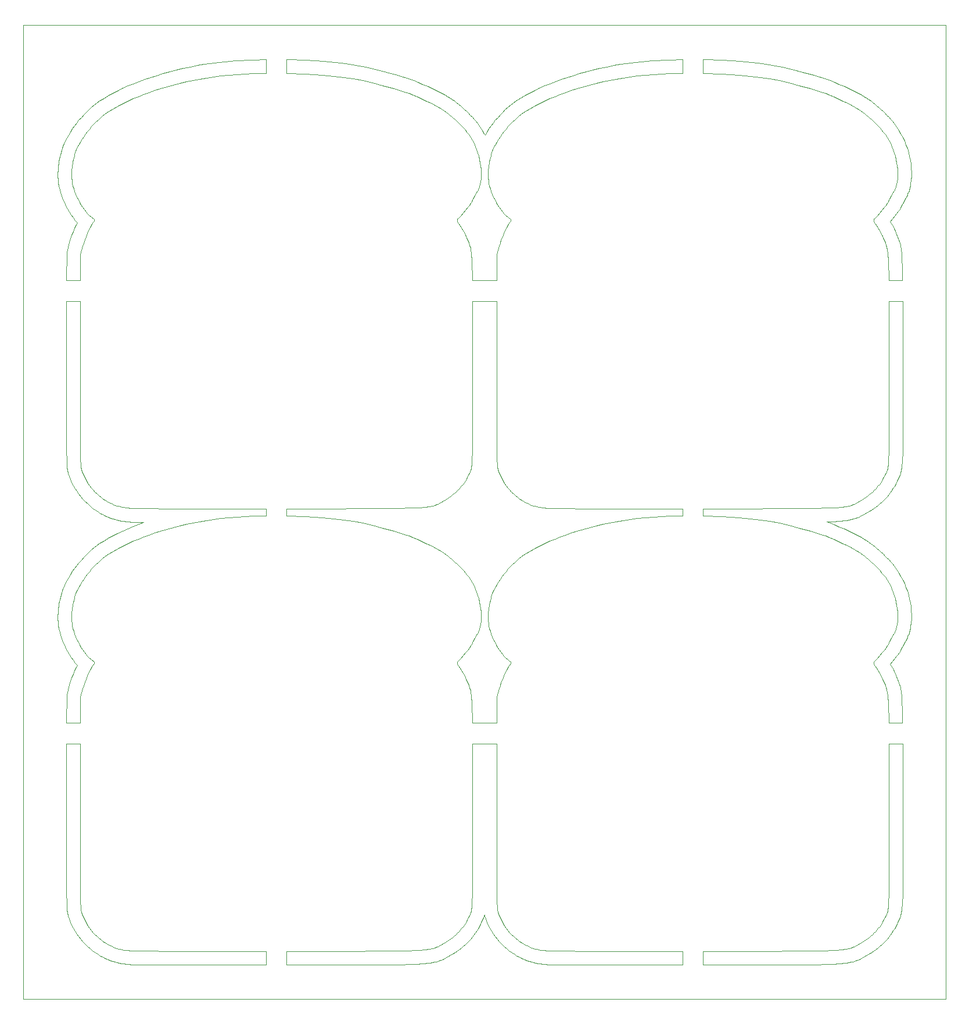
<source format=gbr>
%TF.GenerationSoftware,KiCad,Pcbnew,8.0.3*%
%TF.CreationDate,2024-07-17T13:05:47-05:00*%
%TF.ProjectId,LLTB_Panel,4c4c5442-5f50-4616-9e65-6c2e6b696361,rev?*%
%TF.SameCoordinates,Original*%
%TF.FileFunction,Profile,NP*%
%FSLAX46Y46*%
G04 Gerber Fmt 4.6, Leading zero omitted, Abs format (unit mm)*
G04 Created by KiCad (PCBNEW 8.0.3) date 2024-07-17 13:05:47*
%MOMM*%
%LPD*%
G01*
G04 APERTURE LIST*
%TA.AperFunction,Profile*%
%ADD10C,0.100000*%
%TD*%
G04 APERTURE END LIST*
D10*
X208537408Y-107610091D02*
X208563087Y-107495518D01*
X90201227Y-51279441D02*
X90040198Y-51743305D01*
X180352224Y-90432346D02*
X187477561Y-90420096D01*
X207054311Y-149547068D02*
X207103701Y-149427690D01*
X153528663Y-33207534D02*
X153196953Y-33485935D01*
X144980661Y-31781544D02*
X145278538Y-32036141D01*
X93666835Y-91681011D02*
X93363228Y-91550583D01*
X210235177Y-44436767D02*
X210171779Y-44593933D01*
X139153211Y-90262450D02*
X139567946Y-90231699D01*
X144483072Y-112846515D02*
X144485551Y-112826443D01*
X209101778Y-149764052D02*
X209038041Y-149962699D01*
X90420059Y-97125383D02*
X90795067Y-96762118D01*
X210032809Y-109340213D02*
X209957763Y-109491810D01*
X131138569Y-26132893D02*
X132603825Y-26461787D01*
X130734872Y-28092043D02*
X129363650Y-27834547D01*
X209176122Y-116999628D02*
X209214831Y-117284703D01*
X152307223Y-112899970D02*
X152266950Y-112983585D01*
X150744647Y-51743305D02*
X150611173Y-52184749D01*
X145321357Y-86865187D02*
X145498607Y-86619085D01*
X205173421Y-98445338D02*
X204921822Y-98208608D01*
X86455237Y-43444132D02*
X86367550Y-42946153D01*
X208884613Y-51330739D02*
X208955194Y-51552212D01*
X207403174Y-45547717D02*
X207454244Y-45439509D01*
X205187112Y-48429750D02*
X205187521Y-48408892D01*
X198893890Y-92518229D02*
X199501663Y-92761788D01*
X86376716Y-40501304D02*
X86418934Y-40172852D01*
X91715974Y-88000634D02*
X91999497Y-88280002D01*
X207257844Y-53347644D02*
X207229607Y-53091061D01*
X206532666Y-150542290D02*
X206685117Y-150273884D01*
X94289519Y-91907300D02*
X93975561Y-91800071D01*
X146540618Y-84513972D02*
X146565705Y-84382521D01*
X147142731Y-152196082D02*
X146922842Y-152501386D01*
X88313913Y-41282534D02*
X88300685Y-41550985D01*
X94421637Y-89828528D02*
X94658849Y-89920009D01*
X180352224Y-90938623D02*
X180352224Y-90936623D01*
X206588209Y-35574954D02*
X206363035Y-35295685D01*
X88442443Y-40172199D02*
X88399501Y-40452051D01*
X149326555Y-43829653D02*
X149463341Y-44234554D01*
X199387430Y-90289464D02*
X199857660Y-90262450D01*
X145498607Y-86619085D02*
X145667545Y-86365593D01*
X146608888Y-148524439D02*
X146628501Y-148355072D01*
X152324210Y-48336221D02*
X152332625Y-48353678D01*
X150502602Y-36630361D02*
X150271567Y-37007386D01*
X202910331Y-94350071D02*
X203421478Y-94631863D01*
X204665355Y-97978562D02*
X204403888Y-97755085D01*
X141268795Y-31679628D02*
X140696898Y-31388183D01*
X140902540Y-29265530D02*
X141586959Y-29597038D01*
X207372014Y-83522906D02*
X207416341Y-81951173D01*
X204539603Y-155252630D02*
X203515803Y-155842676D01*
X190461286Y-154850900D02*
X192988706Y-154840968D01*
X87165100Y-37329658D02*
X87365627Y-36884884D01*
X201231590Y-156576824D02*
X200853078Y-156623030D01*
X91468657Y-112607066D02*
X91536300Y-112672724D01*
X114644562Y-25061332D02*
X116647775Y-25013421D01*
X155339239Y-32013079D02*
X154748967Y-32362892D01*
X139471535Y-28612543D02*
X140185190Y-28931850D01*
X165268910Y-26315454D02*
X166317728Y-26078385D01*
X96203036Y-154723956D02*
X96497619Y-154759316D01*
X92292389Y-152980305D02*
X92593144Y-153224268D01*
X208409465Y-108045712D02*
X208445707Y-107938990D01*
X148826238Y-150622251D02*
X148652474Y-150174993D01*
X89353109Y-98297635D02*
X89698035Y-97894821D01*
X208683017Y-40995342D02*
X208635865Y-40521602D01*
X155603221Y-90001952D02*
X155847683Y-90074863D01*
X91197613Y-99218518D02*
X90891695Y-99575777D01*
X201583664Y-92084452D02*
X201231590Y-92139201D01*
X143432840Y-97538060D02*
X143160975Y-97327372D01*
X91374388Y-154810914D02*
X90993954Y-154502318D01*
X208966730Y-85718525D02*
X208889568Y-85905030D01*
X93463314Y-153794701D02*
X93707972Y-153929407D01*
X180536944Y-25017127D02*
X183159502Y-25114959D01*
X144080789Y-152626741D02*
X144308856Y-152424038D01*
X151019420Y-100313974D02*
X150752541Y-100690184D01*
X141525731Y-156379314D02*
X141210754Y-156456868D01*
X149146892Y-104609822D02*
X149103950Y-104889674D01*
X149018362Y-41282534D02*
X149005134Y-41550985D01*
X203306593Y-91518639D02*
X203071858Y-91634510D01*
X86667481Y-38872486D02*
X86749270Y-38554926D01*
X152866475Y-33784836D02*
X152539191Y-34101872D01*
X86342858Y-40829458D02*
X86376716Y-40501304D01*
X89356950Y-101818896D02*
X89169613Y-102187282D01*
X209358096Y-119518686D02*
X209383925Y-120569976D01*
X207445088Y-143026545D02*
X207448713Y-132377140D01*
X146493835Y-117298006D02*
X146459244Y-117089629D01*
X151698403Y-154502318D02*
X151333655Y-154175194D01*
X88679178Y-103518115D02*
X88610782Y-103783675D01*
X104564461Y-26315454D02*
X105613279Y-26078385D01*
X97285417Y-28540200D02*
X98096337Y-28226772D01*
X86937652Y-37933823D02*
X87045361Y-37631152D01*
X88701708Y-34693832D02*
X89020545Y-34272732D01*
X215704449Y-20000000D02*
X81295551Y-20000000D01*
X206021411Y-49843764D02*
X205891044Y-49618159D01*
X150271567Y-37007386D02*
X150061399Y-37381273D01*
X202422490Y-96364918D02*
X201973244Y-96117251D01*
X153528663Y-97645157D02*
X153196953Y-97923558D01*
X203786242Y-153367231D02*
X204049091Y-153192567D01*
X206403321Y-46932791D02*
X206711629Y-46558196D01*
X89115772Y-113205687D02*
X88834420Y-112887601D01*
X206903432Y-153364939D02*
X206641300Y-153634578D01*
X144789980Y-154617858D02*
X144479910Y-154839480D01*
X124868043Y-27288165D02*
X122348151Y-27112363D01*
X93666835Y-156118634D02*
X93363228Y-155988206D01*
X141527090Y-154256541D02*
X141682024Y-154180062D01*
X205013305Y-152424038D02*
X205232789Y-152214214D01*
X151641136Y-87082685D02*
X151887512Y-87399946D01*
X207313337Y-84086816D02*
X207332950Y-83917449D01*
X208201838Y-38617409D02*
X208034924Y-38149619D01*
X146007180Y-110995819D02*
X146270102Y-110666405D01*
X126485893Y-27444091D02*
X124868043Y-27288165D01*
X210678483Y-40850507D02*
X210704449Y-41418220D01*
X209038041Y-149962699D02*
X208966730Y-150156148D01*
X86667481Y-103310109D02*
X86749270Y-102992549D01*
X146479656Y-149194471D02*
X146512188Y-149075518D01*
X207125655Y-52462324D02*
X207083987Y-52287732D01*
X207396612Y-88360501D02*
X207155269Y-88648429D01*
X147665543Y-43714370D02*
X147705016Y-43608089D01*
X146654623Y-55145318D02*
X146621399Y-54308876D01*
X145856707Y-32567316D02*
X146137069Y-32843891D01*
X86937652Y-102371446D02*
X87045361Y-102068775D01*
X91628176Y-112791301D02*
X91631043Y-112805103D01*
X144502835Y-48524892D02*
X144488276Y-48474595D01*
X208509443Y-43284166D02*
X208537408Y-43172468D01*
X146334060Y-52124626D02*
X146284591Y-51969399D01*
X87593103Y-100875190D02*
X87842141Y-100432154D01*
X140148629Y-156623030D02*
X139736812Y-156662291D01*
X150758512Y-33065892D02*
X151124508Y-32687760D01*
X88310632Y-42308726D02*
X88348940Y-42665722D01*
X148501000Y-124656434D02*
X150266479Y-124656434D01*
X146692163Y-152798124D02*
X146450820Y-153086052D01*
X147141377Y-102126981D02*
X146930685Y-101676363D01*
X207370706Y-45627411D02*
X207403174Y-45547717D01*
X206133788Y-35023795D02*
X205900336Y-34759169D01*
X146155830Y-85509325D02*
X146228910Y-85366518D01*
X146744264Y-67939517D02*
X146729693Y-62756499D01*
X87801731Y-149717379D02*
X87676796Y-149210205D01*
X89698035Y-97894821D02*
X90054063Y-97503515D01*
X149005134Y-41550985D02*
X149000000Y-41812571D01*
X88121789Y-150622251D02*
X87948025Y-150174993D01*
X208034924Y-102587242D02*
X207845826Y-102126981D01*
X200636961Y-154634566D02*
X200956684Y-154595536D01*
X149000000Y-41812571D02*
X149003227Y-42065687D01*
X125033602Y-25294854D02*
X126701467Y-25455600D01*
X207332950Y-83917449D02*
X207372014Y-83522906D01*
X89549426Y-144763062D02*
X89564802Y-146449646D01*
X209134821Y-46612842D02*
X209009740Y-46828920D01*
X92900258Y-89009860D02*
X93212222Y-89210300D01*
X209285157Y-110689066D02*
X209279814Y-110717525D01*
X206278861Y-114760354D02*
X206151985Y-114518665D01*
X95922135Y-154682101D02*
X96203036Y-154723956D01*
X116647775Y-154871448D02*
X116647775Y-156871448D01*
X91834742Y-34101872D02*
X91512616Y-34434679D01*
X90054063Y-33065892D02*
X90420059Y-32687760D01*
X207612914Y-113038164D02*
X207763542Y-113298831D01*
X137554734Y-90333360D02*
X138151930Y-90313011D01*
X89613140Y-84030892D02*
X89628990Y-84269224D01*
X208056182Y-87444851D02*
X207847180Y-87758459D01*
X152539191Y-34101872D02*
X152217065Y-34434679D01*
X142810136Y-153534998D02*
X143081793Y-153367231D01*
X144484379Y-112889210D02*
X144482663Y-112867373D01*
X149981435Y-45440983D02*
X150183029Y-45826310D01*
X209323612Y-118650518D02*
X209358096Y-119518686D01*
X148499000Y-124656434D02*
X148501000Y-124656434D01*
X91969123Y-31340991D02*
X92369880Y-31059832D01*
X148501000Y-57218811D02*
X148499000Y-57218811D01*
X207434142Y-127194122D02*
X207422520Y-124656434D01*
X149792886Y-109482059D02*
X149981435Y-109878606D01*
X99594625Y-94249769D02*
X98796571Y-94537940D01*
X95903470Y-95777834D02*
X95254403Y-96109822D01*
X141825237Y-156288327D02*
X141525731Y-156379314D01*
X98822527Y-92402173D02*
X97421050Y-92393526D01*
X205662545Y-98939314D02*
X205420285Y-98688868D01*
X150824634Y-85748201D02*
X151000397Y-86087580D01*
X152149027Y-48744459D02*
X152005900Y-48956046D01*
X143699439Y-97755085D02*
X143432840Y-97538060D01*
X210533560Y-39696064D02*
X210620953Y-40272499D01*
X149119474Y-107478643D02*
X149211231Y-107868026D01*
X89330301Y-88274921D02*
X89048371Y-87877218D01*
X158125499Y-156831149D02*
X157712335Y-156808604D01*
X208733097Y-50921707D02*
X208810949Y-51123445D01*
X89646382Y-148844029D02*
X89727434Y-149173061D01*
X149874062Y-102187282D02*
X149711521Y-102547802D01*
X201700047Y-154450112D02*
X201893651Y-154391297D01*
X205840200Y-87103944D02*
X206025806Y-86865187D01*
X89478580Y-110263933D02*
X89691115Y-110633824D01*
X209009740Y-111266543D02*
X208898467Y-111432776D01*
X206841518Y-32843891D02*
X207116129Y-33127781D01*
X145801459Y-115227913D02*
X145693687Y-114999190D01*
X150350831Y-148844029D02*
X150431883Y-149173061D01*
X142205882Y-29912448D02*
X142717029Y-30194240D01*
X146284591Y-116407022D02*
X146230949Y-116256070D01*
X208345978Y-39090615D02*
X208201838Y-38617409D01*
X147741258Y-107938990D02*
X147774505Y-107831218D01*
X116647775Y-156871448D02*
X104574513Y-156875246D01*
X154652476Y-89614922D02*
X154889754Y-89727001D01*
X153074329Y-31059832D02*
X153700080Y-30659661D01*
X147927655Y-150874843D02*
X147731924Y-151240170D01*
X210101335Y-37989614D02*
X210273015Y-38553233D01*
X143835154Y-155252630D02*
X142811354Y-155842676D01*
X146651429Y-45688644D02*
X146657705Y-45655216D01*
X132295375Y-156840939D02*
X129763052Y-156850891D01*
X210171779Y-44593933D02*
X210104233Y-44749217D01*
X205795403Y-154386523D02*
X205494429Y-154617858D01*
X87977990Y-47229149D02*
X87724773Y-46788454D01*
X205190000Y-112826443D02*
X205200944Y-112787890D01*
X208586714Y-42939836D02*
X208608526Y-42817683D01*
X205900336Y-99196792D02*
X205662545Y-98939314D01*
X96497619Y-90321693D02*
X96807712Y-90351063D01*
X149039418Y-105446447D02*
X149018362Y-105720157D01*
X132135199Y-92843986D02*
X130734872Y-92529666D01*
X206371994Y-86365593D02*
X206532666Y-86104667D01*
X157994875Y-30702737D02*
X157286556Y-31017071D01*
X209358934Y-46112678D02*
X209294668Y-46232763D01*
X145893823Y-51001636D02*
X145801459Y-50790290D01*
X149196598Y-39893512D02*
X149146892Y-40172199D01*
X205184359Y-154839480D02*
X204865437Y-155051405D01*
X100422819Y-93970233D02*
X99594625Y-94249769D01*
X149724994Y-34272732D02*
X150057558Y-33860012D01*
X206062814Y-111773922D02*
X206403321Y-111370414D01*
X87568782Y-121656434D02*
X87578054Y-117540114D01*
X208808068Y-86084717D02*
X208723004Y-86259590D01*
X208280410Y-108365670D02*
X208327052Y-108258443D01*
X140252235Y-154595536D02*
X140532440Y-154551963D01*
X200059425Y-95189077D02*
X199374312Y-94882541D01*
X165272478Y-156875246D02*
X158125499Y-156831149D01*
X144941743Y-151773024D02*
X145135751Y-151541567D01*
X140532440Y-154551963D02*
X140778452Y-154503578D01*
X156626584Y-90244478D02*
X156907485Y-90286333D01*
X140252235Y-90157913D02*
X140532440Y-90114340D01*
X151893731Y-112374921D02*
X151997330Y-112456063D01*
X92995631Y-30659661D02*
X93642689Y-30276195D01*
X204403888Y-33317462D02*
X204137289Y-33100437D01*
X140527141Y-156576824D02*
X140148629Y-156623030D01*
X207422520Y-60218811D02*
X209422541Y-60218811D01*
X168320235Y-25706435D02*
X170504164Y-25415783D01*
X146698987Y-101237501D02*
X146446874Y-100812507D01*
X210443148Y-108233140D02*
X210398189Y-108394506D01*
X147904077Y-107255306D02*
X147963343Y-106814841D01*
X127965876Y-27622391D02*
X126485893Y-27444091D01*
X152703946Y-152717625D02*
X152996838Y-152980305D01*
X101281266Y-29261666D02*
X100422819Y-29532610D01*
X147525381Y-44036661D02*
X147575961Y-43928047D01*
X91770847Y-155099066D02*
X91374388Y-154810914D01*
X91602774Y-112899970D02*
X91562501Y-112983585D01*
X151088040Y-50807225D02*
X150905676Y-51279441D01*
X209301802Y-53826010D02*
X209323612Y-54212895D01*
X191439321Y-28092043D02*
X190068099Y-27834547D01*
X151548695Y-112104116D02*
X151666031Y-112203824D01*
X90048092Y-36252561D02*
X89798153Y-36630361D01*
X208632104Y-86437220D02*
X208436373Y-86802547D01*
X93064274Y-155846994D02*
X92769042Y-155695552D01*
X91197613Y-34780895D02*
X90891695Y-35138154D01*
X202230180Y-91941691D02*
X201915203Y-92019245D01*
X149252799Y-39617594D02*
X149196598Y-39893512D01*
X91606082Y-112752995D02*
X91619761Y-112773844D01*
X183159502Y-25114959D02*
X185738051Y-25294854D01*
X208345978Y-103528238D02*
X208201838Y-103055032D01*
X105613279Y-26078385D02*
X106577297Y-25884163D01*
X146512188Y-84637895D02*
X146540618Y-84513972D01*
X202539169Y-89659536D02*
X203514585Y-89097375D01*
X206505908Y-50790290D02*
X206398136Y-50561567D01*
X150350831Y-84406406D02*
X150431883Y-84735438D01*
X146284591Y-51969399D02*
X146230949Y-51818447D01*
X210704449Y-105912132D02*
X210698827Y-106443672D01*
X209176122Y-52562005D02*
X209214831Y-52847080D01*
X137611538Y-156770208D02*
X136176323Y-156802865D01*
X151700933Y-113918748D02*
X151491889Y-114331623D01*
X206641300Y-153634578D02*
X206369094Y-153894804D01*
X152335492Y-112805103D02*
X152330730Y-112835004D01*
X147665543Y-108151993D02*
X147705016Y-108045712D01*
X152005900Y-48956046D02*
X151906427Y-49116163D01*
X205443737Y-151997224D02*
X205646192Y-151773024D01*
X93155191Y-32951995D02*
X92824214Y-33207534D01*
X209369230Y-148087406D02*
X209321582Y-148568648D01*
X207385059Y-33418976D02*
X207648387Y-33717468D01*
X147622603Y-43820820D02*
X147665543Y-43714370D01*
X87586585Y-83291530D02*
X87564959Y-82038394D01*
X208635865Y-40521602D02*
X208563581Y-40044825D01*
X150431883Y-84735438D02*
X150538871Y-85070101D01*
X146718071Y-124656434D02*
X148499000Y-124656434D01*
X198315987Y-156770208D02*
X196880772Y-156802865D01*
X207292658Y-148678611D02*
X207313337Y-148524439D01*
X151285518Y-114778345D02*
X151088040Y-115244848D01*
X92492504Y-33485935D02*
X92162026Y-33784836D01*
X154187921Y-32721683D02*
X153859640Y-32951995D01*
X207155269Y-88648429D02*
X206903432Y-88927316D01*
X142883713Y-97122904D02*
X142600921Y-96924540D01*
X208436373Y-151240170D02*
X208254243Y-151560829D01*
X153196953Y-97923558D02*
X152866475Y-98222459D01*
X207146713Y-149311010D02*
X207184105Y-149194471D01*
X170504164Y-25415783D02*
X172864074Y-25200235D01*
X88298778Y-42065687D02*
X88310632Y-42308726D01*
X146174935Y-100403494D02*
X145883760Y-100012577D01*
X88310632Y-106746349D02*
X88348940Y-107103345D01*
X175428753Y-27059997D02*
X173010890Y-27195151D01*
X145186595Y-49618159D02*
X145060338Y-49411488D01*
X90936687Y-87082685D02*
X91183063Y-87399946D01*
X208059098Y-113848672D02*
X208197620Y-114126048D01*
X202230180Y-156379314D02*
X201915203Y-156456868D01*
X150395564Y-110633824D02*
X150616936Y-110984060D01*
X208466756Y-104004748D02*
X208345978Y-103528238D01*
X144160988Y-155051405D02*
X143835154Y-155252630D01*
X205013305Y-87986415D02*
X205232789Y-87776591D01*
X149018362Y-105720157D02*
X149005134Y-105988608D01*
X143598727Y-153010960D02*
X143844094Y-152822366D01*
X139354976Y-95189077D02*
X138669863Y-94882541D01*
X200272395Y-90231699D02*
X200636961Y-90196943D01*
X206363035Y-99733308D02*
X206133788Y-99461418D01*
X207216637Y-84637895D02*
X207245067Y-84513972D01*
X92162026Y-98222459D02*
X91834742Y-98539495D01*
X177352224Y-90938623D02*
X177352224Y-91451616D01*
X208723004Y-86259590D02*
X208632104Y-86437220D01*
X119647775Y-156869972D02*
X119647775Y-154869969D01*
X198396522Y-92342254D02*
X198893890Y-92518229D01*
X208563087Y-43057895D02*
X208586714Y-42939836D01*
X146411680Y-33127781D02*
X146680610Y-33418976D01*
X208327052Y-108258443D02*
X208369992Y-108151993D01*
X147904077Y-42817683D02*
X147963343Y-42377218D01*
X167648016Y-27850558D02*
X166735761Y-28034351D01*
X135245798Y-93689033D02*
X133620288Y-93226614D01*
X152335492Y-48367480D02*
X152330730Y-48397381D01*
X149000000Y-106250194D02*
X149003227Y-106503310D01*
X161127268Y-93970233D02*
X160299074Y-94249769D01*
X138682981Y-154727087D02*
X139153211Y-154700073D01*
X159639572Y-27923892D02*
X160506422Y-27631309D01*
X207521657Y-45307102D02*
X207603157Y-45154815D01*
X91443328Y-152144228D02*
X91715974Y-152438257D01*
X95018005Y-93984301D02*
X95746419Y-93637459D01*
X208466756Y-39567125D02*
X208345978Y-39090615D01*
X145664645Y-153894804D02*
X145382593Y-154145488D01*
X206711629Y-110995819D02*
X206974551Y-110666405D01*
X146334060Y-116562249D02*
X146284591Y-116407022D01*
X140995598Y-154450112D02*
X141189202Y-154391297D01*
X140778452Y-90065955D02*
X140995598Y-90012489D01*
X150266479Y-60218811D02*
X150247692Y-68560428D01*
X89356950Y-37381273D02*
X89169613Y-37749659D01*
X96284115Y-156748044D02*
X95936427Y-156706310D01*
X208265404Y-47817564D02*
X207939740Y-48213246D01*
X146474446Y-45960813D02*
X146550531Y-45854953D01*
X206274994Y-32298065D02*
X206561156Y-32567316D01*
X208197620Y-114126048D02*
X208327198Y-114401049D01*
X198856379Y-154750634D02*
X199387430Y-154727087D01*
X92593144Y-88786645D02*
X92900258Y-89009860D01*
X160299074Y-29812146D02*
X159501020Y-30100317D01*
X149103950Y-40452051D02*
X149068036Y-40731461D01*
X153700080Y-30659661D02*
X154347138Y-30276195D01*
X97421050Y-156831149D02*
X97007886Y-156808604D01*
X145658586Y-35295685D02*
X145429339Y-35023795D01*
X104574199Y-154875246D02*
X116647775Y-154871448D01*
X146399252Y-84990067D02*
X146442264Y-84873387D01*
X100697093Y-27348790D02*
X101620696Y-27076128D01*
X205190000Y-48388820D02*
X205200944Y-48350267D01*
X153473491Y-155695552D02*
X153180625Y-155534304D01*
X149457720Y-38822518D02*
X149383627Y-39080492D01*
X144715836Y-98688868D02*
X144468972Y-98445338D01*
X89020545Y-98710355D02*
X89353109Y-98297635D01*
X156098511Y-154576872D02*
X156357535Y-154633242D01*
X203515803Y-155842676D02*
X203306593Y-155956262D01*
X124868043Y-91725788D02*
X122348151Y-91549986D01*
X165724330Y-28262969D02*
X164743725Y-28499967D01*
X146230949Y-51818447D02*
X146172954Y-51668166D01*
X147094935Y-109245489D02*
X147347651Y-108814532D01*
X206989040Y-51969399D02*
X206935398Y-51818447D01*
X87637360Y-84461526D02*
X87615418Y-84131578D01*
X207325848Y-54308876D02*
X207305783Y-53952946D01*
X205188828Y-48451587D02*
X205187112Y-48429750D01*
X203865424Y-32889749D02*
X203588162Y-32685281D01*
X139736812Y-156662291D02*
X139284517Y-156695827D01*
X205420285Y-34251245D02*
X205173421Y-34007715D01*
X210032809Y-44902590D02*
X209957763Y-45054187D01*
X151887512Y-151837569D02*
X152147777Y-152144228D01*
X147549794Y-151560829D02*
X147351733Y-151882474D01*
X90048092Y-100690184D02*
X89798153Y-101067984D01*
X154067677Y-155988206D02*
X153768723Y-155846994D01*
X149252799Y-104055217D02*
X149196598Y-104331135D01*
X150538871Y-149507724D02*
X150670290Y-149845988D01*
X145278538Y-32036141D02*
X145570545Y-32298065D01*
X149537244Y-103011361D02*
X149457720Y-103260141D01*
X91201978Y-113553786D02*
X90996484Y-113918748D01*
X142602144Y-155956262D02*
X142367409Y-156072133D01*
X152332625Y-48353678D02*
X152335492Y-48367480D01*
X86839186Y-102679483D02*
X86937652Y-102371446D01*
X86418934Y-104610475D02*
X86469257Y-104282516D01*
X154347138Y-30276195D02*
X155021244Y-29905336D01*
X194847937Y-26858476D02*
X196514735Y-27332641D01*
X207270154Y-84382521D02*
X207292658Y-84240988D01*
X146198983Y-153364939D02*
X145936851Y-153634578D01*
X91178394Y-96415418D02*
X91569695Y-96087002D01*
X146651429Y-110126267D02*
X146657705Y-110092839D01*
X145195887Y-34759169D02*
X144958096Y-34501691D01*
X89543243Y-132998051D02*
X89535552Y-139927520D01*
X139284517Y-156695827D02*
X138784636Y-156724544D01*
X147995121Y-41925263D02*
X148000000Y-41463934D01*
X152866475Y-98222459D02*
X152539191Y-98539495D01*
X207906205Y-98460867D02*
X208169240Y-98787092D01*
X86367550Y-107383776D02*
X86315840Y-106901890D01*
X168620951Y-92121672D02*
X167648016Y-92288181D01*
X146293334Y-149671699D02*
X146349862Y-149547068D01*
X205703299Y-112190079D02*
X206062814Y-111773922D01*
X146349862Y-149547068D02*
X146399252Y-149427690D01*
X152147777Y-152144228D02*
X152420423Y-152438257D01*
X154993968Y-156344923D02*
X154680010Y-156237694D01*
X87265894Y-45868925D02*
X87062110Y-45394663D01*
X207257844Y-117785267D02*
X207229607Y-117528684D01*
X89630092Y-88660966D02*
X89330301Y-88274921D01*
X87637360Y-148899149D02*
X87615418Y-148569201D01*
X104039276Y-92937590D02*
X103089381Y-93183011D01*
X155966093Y-156594867D02*
X155637072Y-156523264D01*
X209285157Y-46251443D02*
X209279814Y-46279902D01*
X144488276Y-48474595D02*
X144484379Y-48451587D01*
X149711521Y-38110179D02*
X149621933Y-38335756D01*
X90295948Y-150525203D02*
X90491623Y-150862096D01*
X209020612Y-116224457D02*
X209079462Y-116471044D01*
X209271669Y-84530999D02*
X209240489Y-84727095D01*
X90629206Y-89737571D02*
X90280108Y-89393589D01*
X210584935Y-43126959D02*
X210551912Y-43311896D01*
X203588162Y-97122904D02*
X203305370Y-96924540D01*
X144515051Y-48312555D02*
X144527045Y-48293534D01*
X151088040Y-115244848D02*
X150905676Y-115717064D01*
X206598272Y-51001636D02*
X206505908Y-50790290D01*
X208436373Y-86802547D02*
X208254243Y-87123206D01*
X150247692Y-68560428D02*
X150240001Y-75489897D01*
X87578054Y-53102491D02*
X87985388Y-51628831D01*
X95653086Y-154633242D02*
X95922135Y-154682101D01*
X205260633Y-112691825D02*
X205296271Y-112649491D01*
X90140590Y-46872802D02*
X90373320Y-47171078D01*
X150845039Y-46872802D02*
X151077769Y-47171078D01*
X95018005Y-29546678D02*
X95746419Y-29199836D01*
X157712335Y-156808604D02*
X157345090Y-156781812D01*
X92824214Y-33207534D02*
X92492504Y-33485935D01*
X161401542Y-27348790D02*
X162325145Y-27076128D01*
X149489740Y-151906390D02*
X149246670Y-151487896D01*
X137554734Y-154770983D02*
X138151930Y-154750634D01*
X90295948Y-86087580D02*
X90491623Y-86424473D01*
X195950247Y-93689033D02*
X194324737Y-93226614D01*
X208563581Y-40044825D02*
X208466756Y-39567125D01*
X166735761Y-92471974D02*
X165724330Y-92700592D01*
X88415025Y-43041020D02*
X88506782Y-43430403D01*
X210678483Y-105288130D02*
X210704449Y-105855843D01*
X156907485Y-90286333D02*
X157202068Y-90321693D01*
X210294164Y-44277944D02*
X210235177Y-44436767D01*
X86342858Y-105267081D02*
X86376716Y-104938927D01*
X148501000Y-121656434D02*
X148499000Y-121656434D01*
X147201756Y-34023244D02*
X147464791Y-34349469D01*
X97007886Y-156808604D02*
X96640641Y-156781812D01*
X187405916Y-25455600D02*
X188940060Y-25640425D01*
X93948027Y-89614922D02*
X94185305Y-89727001D01*
X209383925Y-120569976D02*
X209400211Y-121656434D01*
X86877248Y-109351226D02*
X86713034Y-108865135D01*
X90314971Y-100313974D02*
X90048092Y-100690184D01*
X91078233Y-112292820D02*
X91189282Y-112374921D01*
X202231539Y-154256541D02*
X202386473Y-154180062D01*
X207254980Y-45854953D02*
X207311474Y-45770555D01*
X89798153Y-101067984D02*
X89567118Y-101445009D01*
X151641136Y-151520308D02*
X151887512Y-151837569D01*
X122348151Y-27112363D02*
X119788602Y-27016881D01*
X209301802Y-118263633D02*
X209323612Y-118650518D01*
X150240001Y-75489897D02*
X150253875Y-80325439D01*
X198188060Y-29952368D02*
X197771833Y-29805102D01*
X146729693Y-62756499D02*
X146718071Y-60218811D01*
X88785291Y-151906390D02*
X88542221Y-151487896D01*
X165724330Y-92700592D02*
X164743725Y-92937590D01*
X145667545Y-86365593D02*
X145828217Y-86104667D01*
X209202685Y-84925183D02*
X209156726Y-85125510D01*
X88753271Y-103260141D02*
X88679178Y-103518115D01*
X209079462Y-52033421D02*
X209131221Y-52291523D01*
X134143488Y-26858476D02*
X135810286Y-27332641D01*
X206860279Y-149946948D02*
X206933359Y-149804141D01*
X150824634Y-150185824D02*
X151000397Y-150525203D01*
X144485551Y-112826443D02*
X144496495Y-112787890D01*
X204756102Y-95499180D02*
X205071672Y-95731898D01*
X188940060Y-25640425D02*
X190402823Y-25862445D01*
X162874531Y-28999273D02*
X161985715Y-29261666D01*
X106031312Y-92471974D02*
X105019881Y-92700592D01*
X200272395Y-154669322D02*
X200636961Y-154634566D01*
X90787440Y-49894000D02*
X90581069Y-50340722D01*
X144526786Y-113019800D02*
X144502835Y-112962515D01*
X201915203Y-156456868D02*
X201583664Y-156522075D01*
X143699439Y-33317462D02*
X143432840Y-33100437D01*
X206133788Y-99461418D02*
X205900336Y-99196792D01*
X149463341Y-108672177D02*
X149619487Y-109078510D01*
X150061399Y-37381273D02*
X149874062Y-37749659D01*
X205381342Y-95971884D02*
X205685110Y-96219167D01*
X94185305Y-154164624D02*
X94421637Y-154266151D01*
X91562501Y-112983585D02*
X91527933Y-113046643D01*
X119647775Y-90936623D02*
X119647775Y-90432346D01*
X146718071Y-60218811D02*
X148499000Y-60218811D01*
X126485893Y-91881714D02*
X124868043Y-91725788D01*
X196880772Y-156802865D02*
X195122589Y-156825678D01*
X91536300Y-112672724D02*
X91587424Y-112729017D01*
X87543245Y-132994688D02*
X87562025Y-124656434D01*
X87842141Y-35994531D02*
X88110989Y-35555798D01*
X146446874Y-100812507D02*
X146174935Y-100403494D01*
X104574199Y-90437623D02*
X116647775Y-90433825D01*
X92162026Y-33784836D02*
X91834742Y-34101872D01*
X89577443Y-53376025D02*
X89568787Y-57218811D01*
X209879286Y-109641980D02*
X209792015Y-109801210D01*
X152996838Y-88542682D02*
X153297593Y-88786645D01*
X86367550Y-42946153D02*
X86315840Y-42464267D01*
X208955194Y-51552212D02*
X209020612Y-51786834D01*
X148540832Y-36004774D02*
X148546590Y-35994531D01*
X209248171Y-117587655D02*
X209276934Y-117912503D01*
X162874531Y-93436896D02*
X161985715Y-93699289D01*
X152324957Y-112854206D02*
X152307223Y-112899970D01*
X146550531Y-45854953D02*
X146607025Y-45770555D01*
X154187921Y-97159306D02*
X153859640Y-97389618D01*
X201606989Y-29265530D02*
X202291408Y-29597038D01*
X187480999Y-156857716D02*
X180352224Y-156869972D01*
X146601334Y-53952946D02*
X146578727Y-53633737D01*
X116647775Y-27013993D02*
X114724304Y-27059997D01*
X198259183Y-154770983D02*
X198856379Y-154750634D01*
X145828217Y-150542290D02*
X145980668Y-150273884D01*
X92995631Y-95097284D02*
X93642689Y-94713818D01*
X207346730Y-45709650D02*
X207355878Y-45688644D01*
X146525158Y-53091061D02*
X146493835Y-52860383D01*
X195102426Y-154825772D02*
X196845049Y-154803161D01*
X97481742Y-90393863D02*
X104574199Y-90437623D01*
X148499000Y-60218811D02*
X148501000Y-60218811D01*
X152332625Y-112791301D02*
X152335492Y-112805103D01*
X208563087Y-107495518D02*
X208586714Y-107377459D01*
X88492149Y-39893512D02*
X88442443Y-40172199D01*
X206997783Y-85234076D02*
X207054311Y-85109445D01*
X207799384Y-44807866D02*
X208052100Y-44376909D01*
X149246670Y-151487896D02*
X149024964Y-151059806D01*
X146553395Y-117785267D02*
X146525158Y-117528684D01*
X91386761Y-48096523D02*
X91468657Y-48169443D01*
X90705705Y-151194474D02*
X90936687Y-151520308D01*
X200059425Y-30751454D02*
X199374312Y-30444918D01*
X152996838Y-152980305D02*
X153297593Y-153224268D01*
X90383591Y-115244848D02*
X90201227Y-115717064D01*
X90581069Y-50340722D02*
X90383591Y-50807225D01*
X144527045Y-112731157D02*
X144556184Y-112691825D01*
X106943567Y-92288181D02*
X106031312Y-92471974D01*
X207403436Y-101237501D02*
X207151323Y-100812507D01*
X203016916Y-96732165D02*
X202722667Y-96545663D01*
X190467501Y-156850891D02*
X187480999Y-156857716D01*
X147470626Y-108584892D02*
X147525381Y-108474284D01*
X205219500Y-48312555D02*
X205231494Y-48293534D01*
X147347651Y-108814532D02*
X147411462Y-108698105D01*
X205335116Y-48766050D02*
X205285742Y-48684570D01*
X164258621Y-26559626D02*
X165268910Y-26315454D01*
X94932623Y-156523264D02*
X94608592Y-156440087D01*
X140044806Y-31072334D02*
X139354976Y-30751454D01*
X156607919Y-31340211D02*
X155958852Y-31672199D01*
X205285742Y-113122193D02*
X205246871Y-113051544D01*
X177352224Y-27013993D02*
X175428753Y-27059997D01*
X167648016Y-92288181D02*
X166735761Y-92471974D01*
X208369992Y-43714370D02*
X208409465Y-43608089D01*
X151906427Y-113553786D02*
X151700933Y-113918748D01*
X140995598Y-90012489D02*
X141189202Y-89953674D01*
X205982987Y-32036141D02*
X206274994Y-32298065D01*
X146930685Y-37238740D02*
X146698987Y-36799878D01*
X146550531Y-110292576D02*
X146607025Y-110208178D01*
X200441261Y-92224668D02*
X199988966Y-92258204D01*
X91201978Y-49116163D02*
X90996484Y-49481125D01*
X209437635Y-45971134D02*
X209358934Y-46112678D01*
X165278648Y-154875246D02*
X177352224Y-154871448D01*
X208632104Y-150874843D02*
X208436373Y-151240170D01*
X146621399Y-54308876D02*
X146601334Y-53952946D01*
X95394062Y-90139249D02*
X95653086Y-90195619D01*
X88610782Y-39346052D02*
X88548350Y-39617594D01*
X86713034Y-44427512D02*
X86571519Y-43937588D01*
X188670325Y-92060014D02*
X187190342Y-91881714D01*
X133620288Y-28788991D02*
X132135199Y-28406363D01*
X88137518Y-51125685D02*
X88323122Y-50591032D01*
X183052600Y-27112363D02*
X180493051Y-27016881D01*
X144217373Y-98208608D02*
X143960906Y-97978562D01*
X146711892Y-146388796D02*
X146740639Y-143026545D01*
X208667792Y-106814841D02*
X208699570Y-106362886D01*
X208478954Y-107831218D02*
X208509443Y-107721789D01*
X97290426Y-30702737D02*
X96582107Y-31017071D01*
X200889639Y-93369473D02*
X201606989Y-93703153D01*
X157202068Y-154759316D02*
X157512161Y-154788686D01*
X92369880Y-95497455D02*
X92995631Y-95097284D01*
X203588162Y-32685281D02*
X203305370Y-32486917D01*
X144468972Y-98445338D02*
X144217373Y-98208608D01*
X152291873Y-48291394D02*
X152310531Y-48315372D01*
X138784636Y-156724544D02*
X138230283Y-156749124D01*
X208733097Y-115359330D02*
X208810949Y-115561068D01*
X192839648Y-28406363D02*
X191439321Y-28092043D01*
X209677708Y-101322949D02*
X209902775Y-101870757D01*
X88986885Y-49022625D02*
X89115772Y-48768064D01*
X151596144Y-99575777D02*
X151301275Y-99941717D01*
X150905676Y-51279441D02*
X150744647Y-51743305D01*
X94658849Y-154357632D02*
X94898772Y-154439575D01*
X147978568Y-40995342D02*
X147931416Y-40521602D01*
X202291408Y-29597038D02*
X202910331Y-29912448D01*
X89549426Y-80325439D02*
X89564802Y-82012023D01*
X199501663Y-92761788D02*
X200175984Y-93050166D01*
X210235177Y-108874390D02*
X210171779Y-109031556D01*
X208059098Y-49411049D02*
X208197620Y-49688425D01*
X207083987Y-52287732D02*
X207038509Y-52124626D01*
X151000397Y-86087580D02*
X151196072Y-86424473D01*
X150281892Y-53376025D02*
X150273236Y-57218811D01*
X157286556Y-95454694D02*
X156607919Y-95777834D01*
X208254243Y-87123206D02*
X208056182Y-87444851D01*
X209271669Y-148968622D02*
X209240489Y-149164718D01*
X208898467Y-46995153D02*
X208786417Y-47151053D01*
X195950247Y-29251410D02*
X194324737Y-28788991D01*
X205891044Y-49618159D02*
X205764787Y-49411488D01*
X152147777Y-87706605D02*
X152420423Y-88000634D01*
X144630667Y-48766050D02*
X144581293Y-48684570D01*
X207396612Y-152798124D02*
X207155269Y-153086052D01*
X208327198Y-49963426D02*
X208437080Y-50214856D01*
X91386761Y-112534146D02*
X91468657Y-112607066D01*
X205395438Y-48859898D02*
X205335116Y-48766050D01*
X196514735Y-27332641D02*
X198396522Y-27904631D01*
X144526786Y-48582177D02*
X144502835Y-48524892D01*
X210698827Y-42006049D02*
X210658407Y-42580914D01*
X143844094Y-152822366D02*
X144080789Y-152626741D01*
X206933359Y-149804141D02*
X206997783Y-149671699D01*
X91292881Y-48018440D02*
X91386761Y-48096523D01*
X94421637Y-154266151D02*
X94658849Y-154357632D01*
X86418934Y-40172852D02*
X86469257Y-39844893D01*
X200853078Y-92185407D02*
X200441261Y-92224668D01*
X95261644Y-156594867D02*
X94932623Y-156523264D01*
X89169613Y-102187282D02*
X89007072Y-102547802D01*
X191843018Y-26132893D02*
X193308274Y-26461787D01*
X119788602Y-27016881D02*
X119647775Y-27015950D01*
X209276934Y-117912503D02*
X209301802Y-118263633D01*
X110022693Y-27403743D02*
X107916502Y-27684049D01*
X208197620Y-49688425D02*
X208327198Y-49963426D01*
X207125655Y-116899947D02*
X207083987Y-116725355D01*
X164743725Y-28499967D02*
X163793830Y-28745388D01*
X87676796Y-149210205D02*
X87637360Y-148899149D01*
X207359072Y-119582941D02*
X207325848Y-118746499D01*
X87578054Y-117540114D02*
X87985388Y-116066454D01*
X209445085Y-143035435D02*
X209416099Y-146425540D01*
X145828217Y-86104667D02*
X145980668Y-85836261D01*
X145382593Y-154145488D02*
X145090954Y-154386523D01*
X96203036Y-90286333D02*
X96497619Y-90321693D01*
X91834742Y-98539495D02*
X91512616Y-98872302D01*
X87568782Y-57218811D02*
X87578054Y-53102491D01*
X88363587Y-105169084D02*
X88334969Y-105446447D01*
X146740639Y-143026545D02*
X146744264Y-132377140D01*
X207355878Y-45688644D02*
X207362154Y-45655216D01*
X207454244Y-109877132D02*
X207521657Y-109744725D01*
X90608574Y-47437047D02*
X90844246Y-47666493D01*
X209529119Y-110249527D02*
X209437635Y-110408757D01*
X96807712Y-154788686D02*
X97135143Y-154812573D01*
X87365627Y-101322507D02*
X87593103Y-100875190D01*
X215704449Y-161875246D02*
X215704449Y-20000000D01*
X150273236Y-121656434D02*
X148501000Y-121656434D01*
X209009740Y-46828920D02*
X208898467Y-46995153D01*
X209214831Y-52847080D02*
X209248171Y-53150032D01*
X149003227Y-106503310D02*
X149015081Y-106746349D01*
X146667565Y-147960529D02*
X146711892Y-146388796D01*
X152324210Y-112773844D02*
X152332625Y-112791301D01*
X144998850Y-47752456D02*
X145358365Y-47336299D01*
X95903470Y-31340211D02*
X95254403Y-31672199D01*
X81295551Y-20000000D02*
X81295551Y-161875246D01*
X146698725Y-109985340D02*
X146749795Y-109877132D01*
X207283176Y-118071360D02*
X207257844Y-117785267D01*
X207083987Y-116725355D02*
X207038509Y-116562249D01*
X207384294Y-120609527D02*
X207359072Y-119582941D01*
X88758892Y-44234554D02*
X88915038Y-44640887D01*
X209437635Y-110408757D02*
X209358934Y-110550301D01*
X91488307Y-48675795D02*
X91444578Y-48744459D01*
X205335116Y-113203673D02*
X205285742Y-113122193D01*
X209358096Y-55081063D02*
X209383925Y-56132353D01*
X139354976Y-30751454D02*
X138669863Y-30444918D01*
X92166547Y-155353308D02*
X91770847Y-155099066D01*
X204865437Y-90613782D02*
X204539603Y-90815007D01*
X150670290Y-85408365D02*
X150824634Y-85748201D01*
X119647775Y-154869969D02*
X126773112Y-154857719D01*
X146588209Y-84240988D02*
X146608888Y-84086816D01*
X94932623Y-92085641D02*
X94608592Y-92002464D01*
X148333592Y-149962699D02*
X148262281Y-150156148D01*
X203421478Y-30194240D02*
X203773988Y-30406496D01*
X210584935Y-107564582D02*
X210551912Y-107749519D01*
X89564802Y-146449646D02*
X89585993Y-147677592D01*
X86455237Y-107881755D02*
X86367550Y-107383776D01*
X151882843Y-31977795D02*
X152274144Y-31649379D01*
X146607025Y-45770555D02*
X146642281Y-45709650D01*
X86295551Y-41792946D02*
X86301651Y-41482131D01*
X206203056Y-151056708D02*
X206371994Y-150803216D01*
X88348940Y-42665722D02*
X88415025Y-43041020D01*
X205231235Y-113019800D02*
X205207284Y-112962515D01*
X207313337Y-148524439D02*
X207332950Y-148355072D01*
X207283176Y-53633737D02*
X207257844Y-53347644D01*
X205840200Y-151541567D02*
X206025806Y-151302810D01*
X209131221Y-52291523D02*
X209176122Y-52562005D01*
X89169613Y-37749659D02*
X89007072Y-38110179D01*
X144488276Y-112912218D02*
X144484379Y-112889210D01*
X207245067Y-148951595D02*
X207270154Y-148820144D01*
X206403321Y-111370414D02*
X206711629Y-110995819D01*
X90961582Y-47766201D02*
X91078233Y-47855197D01*
X205891044Y-114055782D02*
X205764787Y-113849111D01*
X106031312Y-28034351D02*
X105019881Y-28262969D01*
X206879384Y-35965871D02*
X206588209Y-35574954D01*
X87985388Y-116066454D02*
X88137518Y-115563308D01*
X88506782Y-43430403D02*
X88622106Y-43829653D01*
X93363228Y-155988206D02*
X93064274Y-155846994D01*
X157512161Y-154788686D02*
X157839592Y-154812573D01*
X152307223Y-48462347D02*
X152266950Y-48545962D01*
X205296271Y-48211868D02*
X205703299Y-47752456D01*
X145693687Y-114999190D02*
X145574412Y-114760354D01*
X88300685Y-41550985D02*
X88295551Y-41812571D01*
X207403436Y-36799878D02*
X207151323Y-36374884D01*
X187190342Y-27444091D02*
X185572492Y-27288165D01*
X94898772Y-90001952D02*
X95143234Y-90074863D01*
X207292658Y-84240988D02*
X207313337Y-84086816D01*
X207346730Y-110147273D02*
X207355878Y-110126267D01*
X205187521Y-112846515D02*
X205190000Y-112826443D01*
X89698035Y-33457198D02*
X90054063Y-33065892D01*
X206025806Y-86865187D02*
X206203056Y-86619085D01*
X151887512Y-87399946D02*
X152147777Y-87706605D01*
X150317589Y-148468515D02*
X150333439Y-148706847D01*
X208889568Y-150342653D02*
X208808068Y-150522340D01*
X209321582Y-84131025D02*
X209297984Y-84334808D01*
X92166547Y-90915685D02*
X91770847Y-90661443D01*
X206087042Y-154145488D02*
X205795403Y-154386523D01*
X149005134Y-105988608D02*
X149000000Y-106250194D01*
X88295551Y-41812571D02*
X88298778Y-42065687D01*
X202422490Y-31927295D02*
X201973244Y-31679628D01*
X141189202Y-89953674D02*
X141364591Y-89889240D01*
X205232789Y-152214214D02*
X205443737Y-151997224D01*
X209902775Y-37433134D02*
X210101335Y-37989614D01*
X207445088Y-78588922D02*
X207448713Y-67939517D01*
X86317692Y-41156593D02*
X86342858Y-40829458D01*
X146992036Y-109424587D02*
X147094935Y-109245489D01*
X86527512Y-103955903D02*
X86593590Y-103631491D01*
X138682981Y-90289464D02*
X139153211Y-90262450D01*
X209240489Y-84727095D02*
X209202685Y-84925183D01*
X146740639Y-78588922D02*
X146744264Y-67939517D01*
X86295551Y-106230569D02*
X86301651Y-105919754D01*
X152310531Y-112752995D02*
X152324210Y-112773844D01*
X91374388Y-90373291D02*
X90993954Y-90064695D01*
X207635134Y-101676363D02*
X207403436Y-101237501D01*
X149621933Y-38335756D02*
X149537244Y-38573738D01*
X144591822Y-48211868D02*
X144998850Y-47752456D01*
X173010890Y-27195151D02*
X170727142Y-27403743D01*
X205192725Y-112912218D02*
X205188828Y-112889210D01*
X149711521Y-102547802D02*
X149621933Y-102773379D01*
X86315840Y-42464267D02*
X86299399Y-42127171D01*
X89946915Y-153471887D02*
X89630092Y-153098589D01*
X148018555Y-150697213D02*
X147927655Y-150874843D01*
X97421050Y-92393526D02*
X97007886Y-92370981D01*
X150240001Y-139927520D02*
X150253875Y-144763062D01*
X205231235Y-48582177D02*
X205207284Y-48524892D01*
X208699570Y-41925263D02*
X208704449Y-41463934D01*
X147931416Y-104959225D02*
X147859132Y-104482448D01*
X146930685Y-101676363D02*
X146698987Y-101237501D01*
X204539603Y-90815007D02*
X203515803Y-91405053D01*
X96497619Y-154759316D02*
X96807712Y-154788686D01*
X138031922Y-94609721D02*
X137483611Y-94389991D01*
X207103701Y-84990067D02*
X207146713Y-84873387D01*
X210273015Y-102990856D02*
X210417309Y-103560144D01*
X142600921Y-32486917D02*
X142312467Y-32294542D01*
X155021244Y-29905336D02*
X155722454Y-29546678D01*
X208169240Y-34349469D02*
X208515271Y-34814032D01*
X152192756Y-48675795D02*
X152149027Y-48744459D01*
X150281892Y-117813648D02*
X150273236Y-121656434D01*
X149315231Y-103783675D02*
X149252799Y-104055217D01*
X201893651Y-89953674D02*
X202069040Y-89889240D01*
X132135199Y-28406363D02*
X130734872Y-28092043D01*
X88323122Y-50591032D02*
X88529377Y-50056951D01*
X90140590Y-111310425D02*
X90373320Y-111608701D01*
X208845236Y-99747945D02*
X209148889Y-100259820D01*
X87615418Y-148569201D02*
X87586585Y-147729153D01*
X208034924Y-38149619D02*
X207845826Y-37689358D01*
X206274994Y-96735688D02*
X206561156Y-97004939D01*
X151124508Y-32687760D02*
X151499516Y-32324495D01*
X145447536Y-50081042D02*
X145316962Y-49843764D01*
X207648387Y-33717468D02*
X207906205Y-34023244D01*
X95254403Y-96109822D02*
X94634790Y-96450702D01*
X207116129Y-33127781D02*
X207385059Y-33418976D01*
X89585993Y-83239969D02*
X89613140Y-84030892D01*
X175428753Y-91497620D02*
X173010890Y-91632774D01*
X210348537Y-108555454D02*
X210294164Y-108715567D01*
X206974551Y-46228782D02*
X207178895Y-45960813D01*
X87165100Y-101767281D02*
X87365627Y-101322507D01*
X202811631Y-156184747D02*
X202529686Y-156288327D01*
X90795067Y-96762118D02*
X91178394Y-96415418D01*
X206561156Y-97004939D02*
X206841518Y-97281514D01*
X88531423Y-48061646D02*
X88246642Y-47654186D01*
X94044518Y-32362892D02*
X93483472Y-32721683D01*
X201482901Y-90065955D02*
X201700047Y-90012489D01*
X146729693Y-127194122D02*
X146718071Y-124656434D01*
X88363587Y-40731461D02*
X88334969Y-41008824D01*
X149457720Y-103260141D02*
X149383627Y-103518115D01*
X207603157Y-45154815D02*
X207696485Y-44986964D01*
X207399987Y-57218811D02*
X207384294Y-56171904D01*
X88915038Y-109078510D02*
X89088437Y-109482059D01*
X92769042Y-91257929D02*
X92476176Y-91096681D01*
X140532440Y-90114340D02*
X140778452Y-90065955D01*
X94658849Y-89920009D02*
X94898772Y-90001952D01*
X90996484Y-113918748D02*
X90787440Y-114331623D01*
X199489085Y-156724544D02*
X198934732Y-156749124D01*
X144556184Y-112691825D02*
X144591822Y-112649491D01*
X204049091Y-88754944D02*
X204303176Y-88573337D01*
X200956684Y-90157913D02*
X201236889Y-90114340D01*
X151301275Y-35504094D02*
X151019420Y-35876351D01*
X90596826Y-35504094D02*
X90314971Y-35876351D01*
X204865437Y-155051405D02*
X204539603Y-155252630D01*
X107615786Y-25706435D02*
X109799715Y-25415783D01*
X192988706Y-90403345D02*
X195102426Y-90388149D01*
X195122589Y-156825678D02*
X192999824Y-156840939D01*
X209445085Y-78597812D02*
X209416099Y-81987917D01*
X205231494Y-48293534D02*
X205260633Y-48254202D01*
X205646192Y-151773024D02*
X205840200Y-151541567D01*
X91444578Y-113182082D02*
X91301451Y-113393669D01*
X148000000Y-41463934D02*
X147978568Y-40995342D01*
X201236889Y-154551963D02*
X201482901Y-154503578D01*
X152539191Y-98539495D02*
X152217065Y-98872302D01*
X90581069Y-114778345D02*
X90383591Y-115244848D01*
X163793830Y-93183011D02*
X162874531Y-93436896D01*
X207939740Y-48213246D02*
X207612914Y-48600541D01*
X209297984Y-148772431D02*
X209271669Y-148968622D01*
X204434628Y-30836060D02*
X204756102Y-31061557D01*
X207311474Y-110208178D02*
X207346730Y-110147273D01*
X148140787Y-35310322D02*
X148444440Y-35822197D01*
X204785238Y-88189118D02*
X205013305Y-87986415D01*
X90383591Y-50807225D02*
X90201227Y-51279441D01*
X88832795Y-38573738D02*
X88753271Y-38822518D01*
X207845826Y-102126981D02*
X207635134Y-101676363D01*
X95261644Y-92157244D02*
X94932623Y-92085641D01*
X146749795Y-109877132D02*
X146817208Y-109744725D01*
X90420059Y-32687760D02*
X90795067Y-32324495D01*
X90891695Y-35138154D02*
X90596826Y-35504094D01*
X89568787Y-121656434D02*
X87568782Y-121656434D01*
X156357535Y-90195619D02*
X156626584Y-90244478D01*
X147762307Y-104004748D02*
X147641529Y-103528238D01*
X157839592Y-154812573D02*
X158186191Y-154831486D01*
X208786417Y-47151053D02*
X208551495Y-47459121D01*
X95922135Y-90244478D02*
X96203036Y-90286333D01*
X92593144Y-153224268D02*
X92900258Y-153447483D01*
X88834420Y-48449978D02*
X88531423Y-48061646D01*
X89048371Y-87877218D02*
X88785291Y-87468767D01*
X93363228Y-91550583D02*
X93064274Y-91409371D01*
X151666031Y-112203824D02*
X151782682Y-112292820D01*
X93948027Y-154052545D02*
X94185305Y-154164624D01*
X206203056Y-86619085D02*
X206371994Y-86365593D01*
X153604707Y-153447483D02*
X153916671Y-153647923D01*
X207229607Y-117528684D02*
X207198284Y-117298006D01*
X209422541Y-124656434D02*
X209434129Y-127186731D01*
X170727142Y-27403743D02*
X168620951Y-27684049D01*
X94316795Y-29905336D02*
X95018005Y-29546678D01*
X207385059Y-97856599D02*
X207648387Y-98155091D01*
X156300449Y-156655586D02*
X155966093Y-156594867D01*
X149015081Y-106746349D02*
X149053389Y-107103345D01*
X194324737Y-93226614D02*
X192839648Y-92843986D01*
X158732992Y-94834790D02*
X157994875Y-95140360D01*
X208445707Y-43501367D02*
X208478954Y-43393595D01*
X207913674Y-113571650D02*
X208059098Y-113848672D01*
X137692073Y-27904631D02*
X138189441Y-28080606D01*
X150611173Y-52184749D02*
X150281892Y-53376025D01*
X180352224Y-156869972D02*
X180352224Y-154869969D01*
X204785238Y-152626741D02*
X205013305Y-152424038D01*
X152149027Y-113182082D02*
X152005900Y-113393669D01*
X177352224Y-25013421D02*
X177352224Y-27013993D01*
X209448713Y-67937046D02*
X209445085Y-78597812D01*
X144942094Y-113668636D02*
X144690989Y-113297521D01*
X119832495Y-25017127D02*
X122455053Y-25114959D01*
X206532666Y-86104667D02*
X206685117Y-85836261D01*
X98796571Y-30100317D02*
X98028543Y-30397167D01*
X180352224Y-90936623D02*
X180352224Y-90432346D01*
X206025806Y-151302810D02*
X206203056Y-151056708D01*
X208608526Y-107255306D02*
X208667792Y-106814841D01*
X144676893Y-31534261D02*
X144980661Y-31781544D01*
X144485551Y-48388820D02*
X144496495Y-48350267D01*
X151893731Y-47937298D02*
X151997330Y-48018440D01*
X197771833Y-94242725D02*
X195950247Y-93689033D01*
X93463314Y-89357078D02*
X93707972Y-89491784D01*
X157202068Y-90321693D02*
X157512161Y-90351063D01*
X207763542Y-48861208D02*
X207913674Y-49134027D01*
X133620288Y-93226614D02*
X132135199Y-92843986D01*
X95936427Y-156706310D02*
X95596000Y-156655586D01*
X87615418Y-84131578D02*
X87586585Y-83291530D01*
X146155830Y-149946948D02*
X146228910Y-149804141D01*
X144482663Y-112867373D02*
X144483072Y-112846515D01*
X200889639Y-28931850D02*
X201606989Y-29265530D01*
X206598272Y-115439259D02*
X206505908Y-115227913D01*
X146230949Y-116256070D02*
X146172954Y-116105789D01*
X149003227Y-42065687D02*
X149015081Y-42308726D01*
X149196598Y-104331135D02*
X149146892Y-104609822D01*
X144690989Y-113297521D02*
X144630667Y-113203673D01*
X152091210Y-112534146D02*
X152173106Y-112607066D01*
X207434142Y-62756499D02*
X207422520Y-60218811D01*
X141834720Y-89659536D02*
X142810136Y-89097375D01*
X201401347Y-95825806D02*
X200749255Y-95509957D01*
X90795067Y-32324495D02*
X91178394Y-31977795D01*
X93642689Y-30276195D02*
X94316795Y-29905336D01*
X155637072Y-156523264D02*
X155313041Y-156440087D01*
X106943567Y-27850558D02*
X106031312Y-28034351D01*
X205260633Y-48254202D02*
X205296271Y-48211868D01*
X147858638Y-107495518D02*
X147882265Y-107377459D01*
X147858638Y-43057895D02*
X147882265Y-42939836D01*
X146695538Y-57218811D02*
X146679845Y-56171904D01*
X163793830Y-28745388D02*
X162874531Y-28999273D01*
X149015081Y-42308726D02*
X149053389Y-42665722D01*
X89628990Y-84269224D02*
X89646382Y-84406406D01*
X91999497Y-152717625D02*
X92292389Y-152980305D01*
X89613140Y-148468515D02*
X89628990Y-148706847D01*
X147330475Y-38149619D02*
X147141377Y-37689358D01*
X147963343Y-106814841D02*
X147995121Y-106362886D01*
X147705016Y-43608089D02*
X147741258Y-43501367D01*
X208115911Y-108698105D02*
X208175075Y-108584892D01*
X156098511Y-90139249D02*
X156357535Y-90195619D01*
X146421206Y-116899947D02*
X146379538Y-116725355D01*
X91512616Y-98872302D02*
X91197613Y-99218518D01*
X207847180Y-87758459D02*
X207627291Y-88063763D01*
X150845039Y-111310425D02*
X151077769Y-111608701D01*
X207696485Y-44986964D02*
X207799384Y-44807866D01*
X208537408Y-43172468D02*
X208563087Y-43057895D01*
X153768723Y-155846994D02*
X153473491Y-155695552D01*
X152240749Y-112672724D02*
X152291873Y-112729017D01*
X88442443Y-104609822D02*
X88399501Y-104889674D01*
X148506180Y-149717379D02*
X148459948Y-149529699D01*
X93212222Y-153647923D02*
X93463314Y-153794701D01*
X96582107Y-31017071D02*
X95903470Y-31340211D01*
X144528340Y-87776591D02*
X144739288Y-87559601D01*
X205764787Y-113849111D02*
X205646543Y-113668636D01*
X88832795Y-103011361D02*
X88753271Y-103260141D01*
X98028543Y-94834790D02*
X97290426Y-95140360D01*
X207362154Y-45655216D02*
X207370706Y-45627411D01*
X143160975Y-32889749D02*
X142883713Y-32685281D01*
X202529686Y-156288327D02*
X202230180Y-156379314D01*
X180352224Y-27015950D02*
X180352224Y-25015907D01*
X145429339Y-99461418D02*
X145195887Y-99196792D01*
X144051653Y-31061557D02*
X144367223Y-31294275D01*
X98096337Y-28226772D02*
X98935123Y-27923892D01*
X155847683Y-90074863D02*
X156098511Y-90139249D01*
X209448713Y-132374669D02*
X209445085Y-143035435D01*
X205381342Y-31534261D02*
X205685110Y-31781544D01*
X203305370Y-32486917D02*
X203016916Y-32294542D01*
X201973244Y-96117251D02*
X201401347Y-95825806D01*
X86571519Y-43937588D02*
X86455237Y-43444132D01*
X206935398Y-116256070D02*
X206877403Y-116105789D01*
X207163693Y-52652006D02*
X207125655Y-52462324D01*
X146628501Y-83917449D02*
X146667565Y-83522906D01*
X208884613Y-115768362D02*
X208955194Y-115989835D01*
X203071858Y-156072133D02*
X202811631Y-156184747D01*
X202811631Y-91747124D02*
X202529686Y-91850704D01*
X144739288Y-151997224D02*
X144941743Y-151773024D01*
X141210754Y-156456868D02*
X140879215Y-156522075D01*
X180493051Y-91454504D02*
X180352224Y-91453573D01*
X180493051Y-27016881D02*
X180352224Y-27015950D01*
X98096337Y-92664395D02*
X98822527Y-92402173D01*
X91631043Y-112805103D02*
X91626281Y-112835004D01*
X204137289Y-33100437D02*
X203865424Y-32889749D01*
X192839648Y-92843986D02*
X191439321Y-92529666D01*
X201893651Y-154391297D02*
X202069040Y-154326863D01*
X202529686Y-91850704D02*
X202230180Y-91941691D01*
X146749795Y-45439509D02*
X146817208Y-45307102D01*
X207155269Y-153086052D02*
X206903432Y-153364939D01*
X150984557Y-153831212D02*
X150651364Y-153471887D01*
X90201227Y-115717064D02*
X90040198Y-116180928D01*
X149119474Y-43041020D02*
X149211231Y-43430403D01*
X150034750Y-152712544D02*
X149752820Y-152314841D01*
X207305783Y-53952946D02*
X207283176Y-53633737D01*
X81295551Y-161875246D02*
X215704449Y-161875246D01*
X200175984Y-93050166D02*
X200889639Y-93369473D01*
X150061399Y-101818896D02*
X149874062Y-102187282D01*
X91527933Y-48609020D02*
X91488307Y-48675795D01*
X116647775Y-91451616D02*
X114724304Y-91497620D01*
X152005900Y-113393669D02*
X151906427Y-113553786D01*
X206371994Y-150803216D02*
X206532666Y-150542290D01*
X209426375Y-100785410D02*
X209677708Y-101322949D01*
X209294668Y-110670386D02*
X209285157Y-110689066D01*
X188670325Y-27622391D02*
X187190342Y-27444091D01*
X89727434Y-149173061D02*
X89834422Y-149507724D01*
X87062110Y-109832286D02*
X86877248Y-109351226D01*
X210533560Y-104133687D02*
X210620953Y-104710122D01*
X90705705Y-86756851D02*
X90936687Y-87082685D01*
X157989866Y-28540200D02*
X158800786Y-28226772D01*
X149039418Y-41008824D02*
X149018362Y-41282534D01*
X208515271Y-99251655D02*
X208845236Y-99747945D01*
X89585993Y-147677592D02*
X89613140Y-148468515D01*
X144496495Y-112787890D02*
X144515051Y-112750178D01*
X150333439Y-84269224D02*
X150350831Y-84406406D01*
X89691115Y-46196201D02*
X89912487Y-46546437D01*
X86571519Y-108375211D02*
X86455237Y-107881755D01*
X146607025Y-110208178D02*
X146642281Y-110147273D01*
X205184359Y-90401857D02*
X204865437Y-90613782D01*
X192999824Y-156840939D02*
X190467501Y-156850891D01*
X110022693Y-91841366D02*
X107916502Y-92121672D01*
X91292881Y-112456063D02*
X91386761Y-112534146D01*
X139932512Y-90196943D02*
X140252235Y-90157913D01*
X157286556Y-31017071D02*
X156607919Y-31340211D01*
X207198284Y-52860383D02*
X207163693Y-52652006D01*
X149792886Y-45044436D02*
X149981435Y-45440983D01*
X90993954Y-154502318D02*
X90629206Y-154175194D01*
X146667565Y-83522906D02*
X146711892Y-81951173D01*
X86301651Y-105919754D02*
X86317692Y-105594216D01*
X138669863Y-94882541D02*
X138031922Y-94609721D01*
X208551495Y-111896744D02*
X208265404Y-112255187D01*
X206997783Y-149671699D02*
X207054311Y-149547068D01*
X88398027Y-99559543D02*
X88701708Y-99131455D01*
X206505908Y-115227913D02*
X206398136Y-114999190D01*
X146898708Y-45154815D02*
X146992036Y-44986964D01*
X146174935Y-35965871D02*
X145883760Y-35574954D01*
X95143234Y-154512486D02*
X95394062Y-154576872D01*
X208175075Y-108584892D02*
X208229830Y-108474284D01*
X206685117Y-85836261D02*
X206860279Y-85509325D01*
X93483472Y-32721683D02*
X93155191Y-32951995D01*
X207054311Y-85109445D02*
X207103701Y-84990067D01*
X207311474Y-45770555D02*
X207346730Y-45709650D01*
X147931416Y-40521602D02*
X147859132Y-40044825D01*
X102170082Y-28999273D02*
X101281266Y-29261666D01*
X87948025Y-150174993D02*
X87801731Y-149717379D01*
X206398136Y-114999190D02*
X206278861Y-114760354D01*
X119647775Y-90432346D02*
X126773112Y-90420096D01*
X145316962Y-114281387D02*
X145186595Y-114055782D01*
X154652476Y-154052545D02*
X154889754Y-154164624D01*
X150744647Y-116180928D02*
X150611173Y-116622372D01*
X205187521Y-48408892D02*
X205190000Y-48388820D01*
X89088437Y-45044436D02*
X89276986Y-45440983D01*
X200175984Y-28612543D02*
X200889639Y-28931850D01*
X201236889Y-90114340D02*
X201482901Y-90065955D01*
X204548543Y-152822366D02*
X204785238Y-152626741D01*
X145658586Y-99733308D02*
X145429339Y-99461418D01*
X94185305Y-89727001D02*
X94421637Y-89828528D01*
X134397977Y-90388149D02*
X136140600Y-90365538D01*
X141527090Y-89818918D02*
X141682024Y-89742439D01*
X146450820Y-153086052D02*
X146198983Y-153364939D01*
X210417309Y-103560144D02*
X210533560Y-104133687D01*
X198736371Y-94609721D02*
X198188060Y-94389991D01*
X208704449Y-105901557D02*
X208683017Y-105432965D01*
X146565705Y-84382521D02*
X146588209Y-84240988D01*
X148262281Y-150156148D02*
X148185119Y-150342653D01*
X199988966Y-92258204D02*
X199489085Y-92286921D01*
X93064274Y-91409371D02*
X92769042Y-91257929D01*
X199374312Y-94882541D02*
X198736371Y-94609721D01*
X152420423Y-152438257D02*
X152703946Y-152717625D01*
X143069539Y-30406496D02*
X143402806Y-30617729D01*
X205646543Y-113668636D02*
X205395438Y-113297521D01*
X140185190Y-28931850D02*
X140902540Y-29265530D01*
X152266950Y-112983585D02*
X152232382Y-113046643D01*
X150269251Y-146449646D02*
X150290442Y-147677592D01*
X207845826Y-37689358D02*
X207635134Y-37238740D01*
X205188828Y-112889210D02*
X205187112Y-112867373D01*
X146695538Y-121656434D02*
X146679845Y-120609527D01*
X208808068Y-150522340D02*
X208723004Y-150697213D01*
X93212222Y-89210300D02*
X93463314Y-89357078D01*
X204303176Y-88573337D02*
X204548543Y-88384743D01*
X146293334Y-85234076D02*
X146349862Y-85109445D01*
X88334969Y-105446447D02*
X88313913Y-105720157D01*
X165278962Y-156875246D02*
X165272478Y-156875246D01*
X88542221Y-87050273D02*
X88320515Y-86622183D01*
X206151985Y-50081042D02*
X206021411Y-49843764D01*
X152870996Y-155353308D02*
X152475296Y-155099066D01*
X209879286Y-45204357D02*
X209792015Y-45363587D01*
X140879215Y-156522075D02*
X140527141Y-156576824D01*
X151313023Y-47437047D02*
X151548695Y-47666493D01*
X86299399Y-106564794D02*
X86295551Y-106262942D01*
X155847683Y-154512486D02*
X156098511Y-154576872D01*
X207399987Y-121656434D02*
X207384294Y-120609527D01*
X135245798Y-29251410D02*
X133620288Y-28788991D01*
X158800786Y-28226772D02*
X159639572Y-27923892D01*
X158186191Y-154831486D02*
X165278648Y-154875246D01*
X90054063Y-97503515D02*
X90420059Y-97125383D01*
X209416099Y-81987917D02*
X209369230Y-83649783D01*
X207521657Y-109744725D02*
X207603157Y-109592438D01*
X148444440Y-35822197D02*
X148540832Y-36004774D01*
X145693687Y-50561567D02*
X145574412Y-50322731D01*
X205764787Y-49411488D02*
X205646543Y-49231013D01*
X146228910Y-85366518D02*
X146293334Y-85234076D01*
X210658407Y-42580914D02*
X210584935Y-43126959D01*
X199501663Y-28324165D02*
X200175984Y-28612543D01*
X208898467Y-111432776D02*
X208786417Y-111588676D01*
X207648387Y-98155091D02*
X207906205Y-98460867D01*
X208369992Y-108151993D02*
X208409465Y-108045712D01*
X100422819Y-29532610D02*
X99594625Y-29812146D01*
X145893823Y-115439259D02*
X145801459Y-115227913D01*
X88622106Y-108267276D02*
X88758892Y-108672177D01*
X89564802Y-82012023D02*
X89585993Y-83239969D01*
X194324737Y-28788991D02*
X192839648Y-28406363D01*
X202386473Y-89742439D02*
X202539169Y-89659536D01*
X90120185Y-150185824D02*
X90295948Y-150525203D01*
X88246642Y-47654186D02*
X87977990Y-47229149D01*
X205982987Y-96473764D02*
X206274994Y-96735688D01*
X87045361Y-37631152D02*
X87165100Y-37329658D01*
X146459244Y-52652006D02*
X146421206Y-52462324D01*
X86749270Y-38554926D02*
X86839186Y-38241860D01*
X173010890Y-91632774D02*
X170727142Y-91841366D01*
X150290442Y-83239969D02*
X150317589Y-84030892D01*
X197771833Y-29805102D02*
X195950247Y-29251410D01*
X153180625Y-155534304D02*
X152870996Y-155353308D01*
X155958852Y-96109822D02*
X155339239Y-96450702D01*
X89562030Y-124656434D02*
X89543243Y-132998051D01*
X147963343Y-42377218D02*
X147995121Y-41925263D01*
X103089381Y-28745388D02*
X102170082Y-28999273D01*
X210101335Y-102427237D02*
X210273015Y-102990856D01*
X208889568Y-85905030D02*
X208808068Y-86084717D01*
X103089381Y-93183011D02*
X102170082Y-93436896D01*
X152091210Y-48096523D02*
X152173106Y-48169443D01*
X155126086Y-89828528D02*
X155363298Y-89920009D01*
X101620696Y-27076128D02*
X102572986Y-26813132D01*
X150616936Y-46546437D02*
X150845039Y-46872802D01*
X207403174Y-109985340D02*
X207454244Y-109877132D01*
X146698987Y-36799878D02*
X146446874Y-36374884D01*
X146525158Y-117528684D02*
X146493835Y-117298006D01*
X145801459Y-50790290D02*
X145693687Y-50561567D01*
X136140600Y-90365538D02*
X137554734Y-90333360D01*
X207163693Y-117089629D02*
X207125655Y-116899947D01*
X146744264Y-132377140D02*
X146729693Y-127194122D01*
X147622603Y-108258443D02*
X147665543Y-108151993D01*
X89965841Y-85408365D02*
X90120185Y-85748201D01*
X208810949Y-51123445D02*
X208884613Y-51330739D01*
X126776550Y-156857716D02*
X119647775Y-156869972D01*
X152173106Y-48169443D02*
X152240749Y-48235101D01*
X152217065Y-34434679D02*
X151902062Y-34780895D01*
X154412421Y-89491784D02*
X154652476Y-89614922D01*
X208169240Y-98787092D02*
X208515271Y-99251655D01*
X207359072Y-55145318D02*
X207325848Y-54308876D01*
X92476176Y-91096681D02*
X92166547Y-90915685D01*
X95746419Y-93637459D02*
X96502170Y-93302076D01*
X208683017Y-105432965D02*
X208635865Y-104959225D01*
X208810949Y-115561068D02*
X208884613Y-115768362D01*
X210483559Y-43634107D02*
X210443148Y-43795517D01*
X144715836Y-34251245D02*
X144468972Y-34007715D01*
X150670290Y-149845988D02*
X150824634Y-150185824D01*
X147347651Y-44376909D02*
X147411462Y-44260482D01*
X146992036Y-44986964D02*
X147094935Y-44807866D01*
X139567946Y-154669322D02*
X139932512Y-154634566D01*
X145060338Y-49411488D02*
X144942094Y-49231013D01*
X205646192Y-87335401D02*
X205840200Y-87103944D01*
X207603157Y-109592438D02*
X207696485Y-109424587D01*
X142312467Y-32294542D02*
X142018218Y-32108040D01*
X209434129Y-62749108D02*
X209448713Y-67937046D01*
X126773112Y-154857719D02*
X129756837Y-154850900D01*
X105019881Y-92700592D02*
X104039276Y-92937590D01*
X141718041Y-96364918D02*
X141268795Y-96117251D01*
X89535552Y-75489897D02*
X89549426Y-80325439D01*
X91602774Y-48462347D02*
X91562501Y-48545962D01*
X205071672Y-31294275D02*
X205381342Y-31534261D01*
X89727434Y-84735438D02*
X89834422Y-85070101D01*
X200749255Y-31072334D02*
X200059425Y-30751454D01*
X164743725Y-92937590D02*
X163793830Y-93183011D01*
X116647775Y-90433825D02*
X116647775Y-90936623D01*
X146228910Y-149804141D02*
X146293334Y-149671699D01*
X208608526Y-42817683D02*
X208667792Y-42377218D01*
X88415025Y-107478643D02*
X88506782Y-107868026D01*
X208115911Y-44260482D02*
X208175075Y-44147269D01*
X142600921Y-96924540D02*
X142312467Y-96732165D01*
X205646543Y-49231013D02*
X205395438Y-48859898D01*
X204107255Y-95055352D02*
X204434628Y-95273683D01*
X208229830Y-44036661D02*
X208280410Y-43928047D01*
X151077769Y-47171078D02*
X151313023Y-47437047D01*
X207799384Y-109245489D02*
X208052100Y-108814532D01*
X208586714Y-107377459D02*
X208608526Y-107255306D01*
X149537244Y-38573738D02*
X149457720Y-38822518D01*
X160299074Y-94249769D02*
X159501020Y-94537940D01*
X140044806Y-95509957D02*
X139354976Y-95189077D01*
X180352224Y-154869969D02*
X187477561Y-154857719D01*
X90936687Y-151520308D02*
X91183063Y-151837569D01*
X146817208Y-45307102D02*
X146898708Y-45154815D01*
X166317728Y-26078385D02*
X167281746Y-25884163D01*
X145667545Y-150803216D02*
X145828217Y-150542290D01*
X206021411Y-114281387D02*
X205891044Y-114055782D01*
X208229830Y-108474284D02*
X208280410Y-108365670D01*
X88137518Y-115563308D02*
X88323122Y-115028655D01*
X88399501Y-40452051D02*
X88363587Y-40731461D01*
X88758892Y-108672177D02*
X88915038Y-109078510D01*
X149981435Y-109878606D02*
X150183029Y-110263933D01*
X156988564Y-156748044D02*
X156640876Y-156706310D01*
X148397329Y-149764052D02*
X148333592Y-149962699D01*
X201231590Y-92139201D02*
X200853078Y-92185407D01*
X151997330Y-48018440D02*
X152091210Y-48096523D01*
X87487161Y-46334283D02*
X87265894Y-45868925D01*
X199857660Y-90262450D02*
X200272395Y-90231699D01*
X209321582Y-148568648D02*
X209297984Y-148772431D01*
X152232382Y-48609020D02*
X152192756Y-48675795D01*
X91715974Y-152438257D02*
X91999497Y-152717625D01*
X91078233Y-47855197D02*
X91189282Y-47937298D01*
X138669863Y-30444918D02*
X138031922Y-30172098D01*
X207038509Y-116562249D02*
X206989040Y-116407022D01*
X156626584Y-154682101D02*
X156907485Y-154723956D01*
X146608888Y-84086816D02*
X146628501Y-83917449D01*
X151313023Y-111874670D02*
X151548695Y-112104116D01*
X209369230Y-83649783D02*
X209321582Y-84131025D01*
X205795403Y-89948900D02*
X205494429Y-90180235D01*
X209426375Y-36347787D02*
X209677708Y-36885326D01*
X208509443Y-107721789D02*
X208537408Y-107610091D01*
X88110989Y-99993421D02*
X88398027Y-99559543D01*
X144581293Y-113122193D02*
X144542422Y-113051544D01*
X210398189Y-43956883D02*
X210348537Y-44117831D01*
X87045361Y-102068775D02*
X87165100Y-101767281D01*
X210398189Y-108394506D02*
X210348537Y-108555454D01*
X122348151Y-91549986D02*
X119788602Y-91454504D01*
X87535548Y-139929279D02*
X87543245Y-132994688D01*
X89330301Y-152712544D02*
X89048371Y-152314841D01*
X98028543Y-30397167D02*
X97290426Y-30702737D01*
X150183029Y-45826310D02*
X150395564Y-46196201D01*
X150057558Y-33860012D02*
X150402484Y-33457198D01*
X180352224Y-91453573D02*
X180352224Y-90938623D01*
X207939740Y-112650869D02*
X207612914Y-113038164D01*
X94634790Y-96450702D02*
X94044518Y-96800515D01*
X205685110Y-31781544D02*
X205982987Y-32036141D01*
X151196072Y-86424473D02*
X151410154Y-86756851D01*
X86593590Y-103631491D02*
X86667481Y-103310109D01*
X144308856Y-87986415D02*
X144528340Y-87776591D01*
X156640876Y-156706310D02*
X156300449Y-156655586D01*
X149315231Y-39346052D02*
X149252799Y-39617594D01*
X207151323Y-100812507D02*
X206879384Y-100403494D01*
X143344642Y-88754944D02*
X143598727Y-88573337D01*
X155603221Y-154439575D02*
X155847683Y-154512486D01*
X88753271Y-38822518D02*
X88679178Y-39080492D01*
X93483472Y-97159306D02*
X93155191Y-97389618D01*
X209323612Y-54212895D02*
X209358096Y-55081063D01*
X87564959Y-146476017D02*
X87549452Y-144775047D01*
X200441261Y-156662291D02*
X199988966Y-156695827D01*
X205246871Y-113051544D02*
X205231235Y-113019800D01*
X90961582Y-112203824D02*
X91078233Y-112292820D01*
X146553395Y-53347644D02*
X146525158Y-53091061D01*
X97007886Y-92370981D02*
X96640641Y-92344189D01*
X210519693Y-43472889D02*
X210483559Y-43634107D01*
X142018218Y-32108040D02*
X141718041Y-31927295D01*
X147094935Y-44807866D02*
X147347651Y-44376909D01*
X152266950Y-48545962D02*
X152232382Y-48609020D01*
X202231539Y-89818918D02*
X202386473Y-89742439D01*
X146711892Y-81951173D02*
X146740639Y-78588922D01*
X91189282Y-47937298D02*
X91292881Y-48018440D01*
X207372014Y-147960529D02*
X207416341Y-146388796D01*
X87676796Y-84772582D02*
X87637360Y-84461526D01*
X86295551Y-41825319D02*
X86295551Y-41792946D01*
X90491623Y-86424473D02*
X90705705Y-86756851D01*
X87562025Y-60218811D02*
X89562030Y-60218811D01*
X89048371Y-152314841D02*
X88785291Y-151906390D01*
X207146713Y-84873387D02*
X207184105Y-84756848D01*
X207038509Y-52124626D02*
X206989040Y-51969399D01*
X150502602Y-101067984D02*
X150271567Y-101445009D01*
X87487161Y-110771906D02*
X87265894Y-110306548D01*
X209134821Y-111050465D02*
X209009740Y-111266543D01*
X151491889Y-49894000D02*
X151285518Y-50340722D01*
X141268795Y-96117251D02*
X140696898Y-95825806D01*
X183052600Y-91549986D02*
X180493051Y-91454504D01*
X210104233Y-44749217D02*
X210032809Y-44902590D01*
X166735761Y-28034351D02*
X165724330Y-28262969D01*
X158732992Y-30397167D02*
X157994875Y-30702737D01*
X208699570Y-106362886D02*
X208704449Y-105901557D01*
X143598727Y-88573337D02*
X143844094Y-88384743D01*
X205187112Y-112867373D02*
X205187521Y-112846515D01*
X86469257Y-39844893D02*
X86527512Y-39518280D01*
X156450868Y-29199836D02*
X157206619Y-28864453D01*
X86299399Y-42127171D02*
X86295551Y-41825319D01*
X150431883Y-149173061D02*
X150538871Y-149507724D01*
X87564959Y-82038394D02*
X87549452Y-80337424D01*
X206974551Y-110666405D02*
X207178895Y-110398436D01*
X88529377Y-50056951D02*
X88751891Y-49531305D01*
X88622106Y-43829653D02*
X88758892Y-44234554D01*
X149619487Y-109078510D02*
X149792886Y-109482059D01*
X134397977Y-154825772D02*
X136140600Y-154803161D01*
X147804994Y-43284166D02*
X147832959Y-43172468D01*
X209156726Y-149563133D02*
X209101778Y-149764052D01*
X145358365Y-47336299D02*
X145698872Y-46932791D01*
X206641300Y-89196955D02*
X206369094Y-89457181D01*
X208265404Y-112255187D02*
X207939740Y-112650869D01*
X198893890Y-28080606D02*
X199501663Y-28324165D01*
X207627291Y-152501386D02*
X207396612Y-152798124D01*
X201482901Y-154503578D02*
X201700047Y-154450112D01*
X93975561Y-91800071D02*
X93666835Y-91681011D01*
X153916671Y-153647923D02*
X154167763Y-153794701D01*
X89088437Y-109482059D02*
X89276986Y-109878606D01*
X148103619Y-150522340D02*
X148018555Y-150697213D01*
X92292389Y-88542682D02*
X92593144Y-88786645D01*
X91626281Y-112835004D02*
X91620508Y-112854206D01*
X207198284Y-117298006D02*
X207163693Y-117089629D01*
X209020612Y-51786834D02*
X209079462Y-52033421D01*
X89834422Y-149507724D02*
X89965841Y-149845988D01*
X160506422Y-27631309D02*
X161401542Y-27348790D01*
X89276986Y-45440983D02*
X89478580Y-45826310D01*
X146379538Y-116725355D02*
X146334060Y-116562249D01*
X180352224Y-25015907D02*
X180536944Y-25017127D01*
X208563581Y-104482448D02*
X208466756Y-104004748D01*
X153859640Y-97389618D02*
X153528663Y-97645157D01*
X161985715Y-93699289D02*
X161127268Y-93970233D01*
X87842141Y-100432154D02*
X88110989Y-99993421D01*
X141586959Y-29597038D02*
X142205882Y-29912448D01*
X94316795Y-94342959D02*
X95018005Y-93984301D01*
X150538871Y-85070101D02*
X150670290Y-85408365D01*
X112306441Y-91632774D02*
X110022693Y-91841366D01*
X209202685Y-149362806D02*
X209156726Y-149563133D01*
X205900336Y-34759169D02*
X205662545Y-34501691D01*
X150752541Y-100690184D02*
X150502602Y-101067984D01*
X204303176Y-153010960D02*
X204548543Y-152822366D01*
X187190342Y-91881714D02*
X185572492Y-91725788D01*
X134418140Y-156825678D02*
X132295375Y-156840939D01*
X207763542Y-113298831D02*
X207913674Y-113571650D01*
X145321357Y-151302810D02*
X145498607Y-151056708D01*
X86749270Y-102992549D02*
X86839186Y-102679483D01*
X86527512Y-39518280D02*
X86593590Y-39193868D01*
X198856379Y-90313011D02*
X199387430Y-90289464D01*
X206363035Y-35295685D02*
X206133788Y-35023795D01*
X204665355Y-33540939D02*
X204403888Y-33317462D01*
X209248171Y-53150032D02*
X209276934Y-53474880D01*
X144502835Y-112962515D02*
X144488276Y-112912218D01*
X88917484Y-102773379D02*
X88832795Y-103011361D01*
X208409465Y-43608089D02*
X208445707Y-43501367D01*
X210443148Y-43795517D02*
X210398189Y-43956883D01*
X93707972Y-153929407D02*
X93948027Y-154052545D01*
X90040198Y-116180928D02*
X89906724Y-116622372D01*
X143730179Y-30836060D02*
X144051653Y-31061557D01*
X204434628Y-95273683D02*
X204756102Y-95499180D01*
X145883760Y-35574954D02*
X145658586Y-35295685D01*
X89568787Y-57218811D02*
X87568782Y-57218811D01*
X150253875Y-80325439D02*
X150269251Y-82012023D01*
X94634790Y-32013079D02*
X94044518Y-32362892D01*
X205231494Y-112731157D02*
X205260633Y-112691825D01*
X207454244Y-45439509D02*
X207521657Y-45307102D01*
X146657705Y-110092839D02*
X146666257Y-110065034D01*
X122455053Y-25114959D02*
X125033602Y-25294854D01*
X150752541Y-36252561D02*
X150502602Y-36630361D01*
X205192725Y-48474595D02*
X205188828Y-48451587D01*
X90993954Y-90064695D02*
X90629206Y-89737571D01*
X88298778Y-106503310D02*
X88310632Y-106746349D01*
X156607919Y-95777834D02*
X155958852Y-96109822D01*
X147525381Y-108474284D02*
X147575961Y-108365670D01*
X147804994Y-107721789D02*
X147832959Y-107610091D01*
X199374312Y-30444918D02*
X198736371Y-30172098D01*
X95596000Y-92217963D02*
X95261644Y-92157244D01*
X162325145Y-27076128D02*
X163277435Y-26813132D01*
X91443328Y-87706605D02*
X91715974Y-88000634D01*
X91301451Y-113393669D02*
X91201978Y-113553786D01*
X90280108Y-153831212D02*
X89946915Y-153471887D01*
X145498607Y-151056708D02*
X145667545Y-150803216D01*
X86839186Y-38241860D02*
X86937652Y-37933823D01*
X146172954Y-51668166D02*
X145893823Y-51001636D01*
X89567118Y-101445009D02*
X89356950Y-101818896D01*
X147575961Y-43928047D02*
X147622603Y-43820820D01*
X148185119Y-150342653D02*
X148103619Y-150522340D01*
X153859640Y-32951995D02*
X153528663Y-33207534D01*
X152673572Y-31340991D02*
X153074329Y-31059832D01*
X88334969Y-41008824D02*
X88313913Y-41282534D01*
X168620951Y-27684049D02*
X167648016Y-27850558D01*
X91587424Y-48291394D02*
X91606082Y-48315372D01*
X93707972Y-89491784D02*
X93948027Y-89614922D01*
X144630667Y-113203673D02*
X144581293Y-113122193D01*
X199988966Y-156695827D02*
X199489085Y-156724544D01*
X208445707Y-107938990D02*
X208478954Y-107831218D01*
X148815438Y-35555798D02*
X149102476Y-35121920D01*
X144739288Y-87559601D02*
X144941743Y-87335401D01*
X146565705Y-148820144D02*
X146588209Y-148678611D01*
X145698872Y-46932791D02*
X146007180Y-46558196D01*
X154412421Y-153929407D02*
X154652476Y-154052545D01*
X147351733Y-151882474D02*
X147142731Y-152196082D01*
X89353109Y-33860012D02*
X89698035Y-33457198D01*
X159501020Y-94537940D02*
X158732992Y-94834790D01*
X210104233Y-109186840D02*
X210032809Y-109340213D01*
X89912487Y-46546437D02*
X90140590Y-46872802D01*
X146379538Y-52287732D02*
X146334060Y-52124626D01*
X152291873Y-112729017D02*
X152310531Y-112752995D01*
X89478580Y-45826310D02*
X89691115Y-46196201D01*
X144483072Y-48408892D02*
X144485551Y-48388820D01*
X137067384Y-94242725D02*
X135245798Y-93689033D01*
X89798153Y-36630361D02*
X89567118Y-37007386D01*
X93642689Y-94713818D02*
X94316795Y-94342959D01*
X205494429Y-90180235D02*
X205184359Y-90401857D01*
X147705016Y-108045712D02*
X147741258Y-107938990D01*
X152330730Y-112835004D02*
X152324957Y-112854206D01*
X152240749Y-48235101D02*
X152291873Y-48291394D01*
X149102476Y-35121920D02*
X149406157Y-34693832D01*
X91569695Y-31649379D02*
X91969123Y-31340991D01*
X88986885Y-113460248D02*
X89115772Y-113205687D01*
X152173106Y-112607066D02*
X152240749Y-112672724D01*
X152192756Y-113113418D02*
X152149027Y-113182082D01*
X207448713Y-132377140D02*
X207434142Y-127194122D01*
X206903432Y-88927316D02*
X206641300Y-89196955D01*
X147470626Y-44147269D02*
X147525381Y-44036661D01*
X96284115Y-92310421D02*
X95936427Y-92268687D01*
X152475296Y-155099066D02*
X152078837Y-154810914D01*
X149463341Y-44234554D02*
X149619487Y-44640887D01*
X89020545Y-34272732D02*
X89353109Y-33860012D01*
X210698827Y-106443672D02*
X210658407Y-107018537D01*
X88917484Y-38335756D02*
X88832795Y-38573738D01*
X102170082Y-93436896D02*
X101281266Y-93699289D01*
X148652474Y-150174993D02*
X148506180Y-149717379D01*
X202291408Y-94034661D02*
X202910331Y-94350071D01*
X146459244Y-117089629D02*
X146421206Y-116899947D01*
X137067384Y-29805102D02*
X135245798Y-29251410D01*
X88323122Y-115028655D02*
X88529377Y-114494574D01*
X95596000Y-156655586D02*
X95261644Y-156594867D01*
X129756837Y-90413277D02*
X132284257Y-90403345D01*
X149752820Y-152314841D02*
X149489740Y-151906390D01*
X201583664Y-156522075D02*
X201231590Y-156576824D01*
X204756102Y-31061557D02*
X205071672Y-31294275D01*
X209400211Y-57218811D02*
X207399987Y-57218811D01*
X207305783Y-118390569D02*
X207283176Y-118071360D01*
X206685117Y-150273884D02*
X206860279Y-149946948D01*
X88915038Y-44640887D02*
X89088437Y-45044436D01*
X95936427Y-92268687D02*
X95596000Y-92217963D01*
X147575961Y-108365670D02*
X147622603Y-108258443D01*
X209677708Y-36885326D02*
X209902775Y-37433134D01*
X209957763Y-109491810D02*
X209879286Y-109641980D01*
X206841518Y-97281514D02*
X207116129Y-97565404D01*
X155363298Y-154357632D02*
X155603221Y-154439575D01*
X87365627Y-36884884D02*
X87593103Y-36437567D01*
X202539169Y-154097159D02*
X203514585Y-153534998D01*
X159501020Y-30100317D02*
X158732992Y-30397167D01*
X146654623Y-119582941D02*
X146621399Y-118746499D01*
X145195887Y-99196792D02*
X144958096Y-98939314D01*
X198934732Y-156749124D02*
X198315987Y-156770208D01*
X91183063Y-87399946D02*
X91443328Y-87706605D01*
X207178895Y-45960813D02*
X207254980Y-45854953D01*
X140696898Y-31388183D02*
X140044806Y-31072334D01*
X203421478Y-94631863D02*
X203773988Y-94844119D01*
X144542422Y-113051544D02*
X144526786Y-113019800D01*
X202069040Y-89889240D02*
X202231539Y-89818918D01*
X88701708Y-99131455D02*
X89020545Y-98710355D01*
X192988706Y-154840968D02*
X195102426Y-154825772D01*
X150247692Y-132998051D02*
X150240001Y-139927520D01*
X87535548Y-75491656D02*
X87543245Y-68557065D01*
X177352224Y-90936623D02*
X177352224Y-90938623D01*
X146698725Y-45547717D02*
X146749795Y-45439509D01*
X147774505Y-107831218D02*
X147804994Y-107721789D01*
X202069040Y-154326863D02*
X202231539Y-154256541D01*
X146680610Y-33418976D02*
X146943938Y-33717468D01*
X145574412Y-114760354D02*
X145447536Y-114518665D01*
X152330730Y-48397381D02*
X152324957Y-48416583D01*
X146642281Y-45709650D02*
X146651429Y-45688644D01*
X141834720Y-154097159D02*
X142810136Y-153534998D01*
X205232789Y-87776591D02*
X205443737Y-87559601D01*
X205494429Y-154617858D02*
X205184359Y-154839480D01*
X154889754Y-89727001D02*
X155126086Y-89828528D01*
X86315840Y-106901890D02*
X86299399Y-106564794D01*
X97135143Y-154812573D02*
X97481742Y-154831486D01*
X145358365Y-111773922D02*
X145698872Y-111370414D01*
X87549452Y-80337424D02*
X87535548Y-75491656D01*
X209957763Y-45054187D02*
X209879286Y-45204357D01*
X208723004Y-150697213D02*
X208632104Y-150874843D01*
X144496495Y-48350267D02*
X144515051Y-48312555D01*
X206933359Y-85366518D02*
X206997783Y-85234076D01*
X88506782Y-107868026D02*
X88622106Y-108267276D01*
X210273015Y-38553233D02*
X210417309Y-39122521D01*
X210294164Y-108715567D02*
X210235177Y-108874390D01*
X150651364Y-153471887D02*
X150334541Y-153098589D01*
X172864074Y-25200235D02*
X175349011Y-25061332D01*
X91301451Y-48956046D02*
X91201978Y-49116163D01*
X136140600Y-154803161D02*
X137554734Y-154770983D01*
X149024964Y-151059806D02*
X148826238Y-150622251D01*
X207332950Y-148355072D02*
X207372014Y-147960529D01*
X141364591Y-89889240D02*
X141527090Y-89818918D01*
X177352224Y-156871448D02*
X165278962Y-156875246D01*
X99801973Y-27631309D02*
X100697093Y-27348790D01*
X210483559Y-108071730D02*
X210443148Y-108233140D01*
X90596826Y-99941717D02*
X90314971Y-100313974D01*
X87948025Y-85737370D02*
X87801731Y-85279756D01*
X206588209Y-100012577D02*
X206363035Y-99733308D01*
X119647775Y-25015907D02*
X119832495Y-25017127D01*
X146621399Y-118746499D02*
X146601334Y-118390569D01*
X175349011Y-25061332D02*
X177352224Y-25013421D01*
X144528340Y-152214214D02*
X144739288Y-151997224D01*
X87977990Y-111666772D02*
X87724773Y-111226077D01*
X154167763Y-89357078D02*
X154412421Y-89491784D01*
X201973244Y-31679628D02*
X201401347Y-31388183D01*
X190068099Y-92272170D02*
X188670325Y-92060014D01*
X146578727Y-118071360D02*
X146553395Y-117785267D01*
X198259183Y-90333360D02*
X198856379Y-90313011D01*
X91587424Y-112729017D02*
X91606082Y-112752995D01*
X204921822Y-98208608D02*
X204665355Y-97978562D01*
X146601334Y-118390569D02*
X146578727Y-118071360D01*
X200636961Y-90196943D02*
X200956684Y-90157913D01*
X149874062Y-37749659D02*
X149711521Y-38110179D01*
X95746419Y-29199836D02*
X96502170Y-28864453D01*
X207627291Y-88063763D02*
X207396612Y-88360501D01*
X157512161Y-90351063D02*
X157839592Y-90374950D01*
X88751891Y-113968928D02*
X88986885Y-113460248D01*
X205395438Y-113297521D02*
X205335116Y-113203673D01*
X209148889Y-35822197D02*
X209426375Y-36347787D01*
X150271567Y-101445009D02*
X150061399Y-101818896D01*
X119647775Y-90938623D02*
X119647775Y-90936623D01*
X161127268Y-29532610D02*
X160299074Y-29812146D01*
X146943938Y-33717468D02*
X147201756Y-34023244D01*
X154748967Y-32362892D02*
X154187921Y-32721683D01*
X191439321Y-92529666D02*
X190068099Y-92272170D01*
X147882265Y-107377459D02*
X147904077Y-107255306D01*
X149326555Y-108267276D02*
X149463341Y-108672177D01*
X127965876Y-92060014D02*
X126485893Y-91881714D01*
X91527933Y-113046643D02*
X91488307Y-113113418D01*
X112159625Y-25200235D02*
X114644562Y-25061332D01*
X207245067Y-84513972D02*
X207270154Y-84382521D01*
X139153211Y-154700073D02*
X139567946Y-154669322D01*
X151000397Y-150525203D02*
X151196072Y-150862096D01*
X207103701Y-149427690D02*
X207146713Y-149311010D01*
X89630092Y-153098589D02*
X89330301Y-152712544D01*
X208175075Y-44147269D02*
X208229830Y-44036661D01*
X177352224Y-90433825D02*
X177352224Y-90936623D01*
X91969123Y-95778614D02*
X92369880Y-95497455D01*
X96640641Y-156781812D02*
X96284115Y-156748044D01*
X88529377Y-114494574D02*
X88751891Y-113968928D01*
X144958096Y-34501691D02*
X144715836Y-34251245D01*
X88531423Y-112499269D02*
X88246642Y-112091809D01*
X144479910Y-154839480D02*
X144160988Y-155051405D01*
X141682024Y-89742439D02*
X141834720Y-89659536D01*
X210704449Y-41418220D02*
X210704449Y-41474509D01*
X143960906Y-97978562D02*
X143699439Y-97755085D01*
X149146892Y-40172199D02*
X149103950Y-40452051D01*
X98935123Y-27923892D02*
X99801973Y-27631309D01*
X146578727Y-53633737D02*
X146553395Y-53347644D01*
X89946915Y-89034264D02*
X89630092Y-88660966D01*
X147859132Y-40044825D02*
X147762307Y-39567125D01*
X145135751Y-151541567D02*
X145321357Y-151302810D01*
X147978568Y-105432965D02*
X147931416Y-104959225D01*
X142883713Y-32685281D02*
X142600921Y-32486917D01*
X154680010Y-156237694D02*
X154371284Y-156118634D01*
X207448713Y-67939517D02*
X207434142Y-62756499D01*
X210620953Y-40272499D02*
X210678483Y-40850507D01*
X91620508Y-48416583D02*
X91602774Y-48462347D01*
X89906724Y-116622372D02*
X89577443Y-117813648D01*
X198934732Y-92311501D02*
X198359799Y-92331092D01*
X210658407Y-107018537D02*
X210584935Y-107564582D01*
X90844246Y-112104116D02*
X90961582Y-112203824D01*
X92369880Y-31059832D02*
X92995631Y-30659661D01*
X89577443Y-117813648D02*
X89568787Y-121656434D01*
X207384294Y-56171904D02*
X207359072Y-55145318D01*
X147810822Y-34814032D02*
X148140787Y-35310322D01*
X90891695Y-99575777D02*
X90596826Y-99941717D01*
X205246871Y-48613921D02*
X205231235Y-48582177D01*
X89007072Y-38110179D02*
X88917484Y-38335756D01*
X88320515Y-86622183D02*
X88121789Y-86184628D01*
X145135751Y-87103944D02*
X145321357Y-86865187D01*
X185738051Y-25294854D02*
X187405916Y-25455600D01*
X90491623Y-150862096D02*
X90705705Y-151194474D01*
X205285742Y-48684570D02*
X205246871Y-48613921D01*
X207696485Y-109424587D02*
X207799384Y-109245489D01*
X89543243Y-68560428D02*
X89535552Y-75489897D01*
X119788602Y-91454504D02*
X119647775Y-91453573D01*
X139567946Y-90231699D02*
X139932512Y-90196943D01*
X96502170Y-93302076D02*
X97285417Y-92977823D01*
X98796571Y-94537940D02*
X98028543Y-94834790D01*
X207635134Y-37238740D02*
X207403436Y-36799878D01*
X92900258Y-153447483D02*
X93212222Y-153647923D01*
X86713034Y-108865135D02*
X86571519Y-108375211D01*
X89691115Y-110633824D02*
X89912487Y-110984060D01*
X205200944Y-112787890D02*
X205219500Y-112750178D01*
X187477561Y-154857719D02*
X190461286Y-154850900D01*
X147832959Y-43172468D02*
X147858638Y-43057895D01*
X95143234Y-90074863D02*
X95394062Y-90139249D01*
X144308856Y-152424038D02*
X144528340Y-152214214D01*
X209422541Y-60218811D02*
X209434129Y-62749108D01*
X150253875Y-144763062D02*
X150269251Y-146449646D01*
X152420423Y-88000634D02*
X152703946Y-88280002D01*
X88121789Y-86184628D02*
X87948025Y-85737370D01*
X202386473Y-154180062D02*
X202539169Y-154097159D01*
X206087042Y-89707865D02*
X205795403Y-89948900D01*
X202722667Y-96545663D02*
X202422490Y-96364918D01*
X210704449Y-41474509D02*
X210698827Y-42006049D01*
X147859132Y-104482448D02*
X147762307Y-104004748D01*
X138151930Y-90313011D02*
X138682981Y-90289464D01*
X209529119Y-45811904D02*
X209437635Y-45971134D01*
X199489085Y-92286921D02*
X198934732Y-92311501D01*
X206398136Y-50561567D02*
X206278861Y-50322731D01*
X145936851Y-153634578D02*
X145664645Y-153894804D01*
X206711629Y-46558196D02*
X206974551Y-46228782D01*
X206561156Y-32567316D02*
X206841518Y-32843891D01*
X126701467Y-25455600D02*
X128235611Y-25640425D01*
X152078837Y-154810914D02*
X151698403Y-154502318D01*
X129698374Y-25862445D02*
X131138569Y-26132893D01*
X144556184Y-48254202D02*
X144591822Y-48211868D01*
X149068036Y-105169084D02*
X149039418Y-105446447D01*
X136176323Y-156802865D02*
X134418140Y-156825678D01*
X91468657Y-48169443D02*
X91536300Y-48235101D01*
X147641529Y-103528238D02*
X147497389Y-103055032D01*
X142717029Y-30194240D02*
X143069539Y-30406496D01*
X205207284Y-48524892D02*
X205192725Y-48474595D01*
X88300685Y-105988608D02*
X88295551Y-106250194D01*
X91444578Y-48744459D02*
X91301451Y-48956046D01*
X209279814Y-110717525D02*
X209134821Y-111050465D01*
X205296271Y-112649491D02*
X205703299Y-112190079D01*
X142312467Y-96732165D02*
X142018218Y-96545663D01*
X149621933Y-102773379D02*
X149537244Y-103011361D01*
X138797214Y-28324165D02*
X139471535Y-28612543D01*
X87724773Y-111226077D02*
X87487161Y-110771906D01*
X135810286Y-27332641D02*
X137692073Y-27904631D01*
X91619761Y-48336221D02*
X91628176Y-48353678D01*
X152274144Y-31649379D02*
X152673572Y-31340991D01*
X157345090Y-156781812D02*
X156988564Y-156748044D01*
X146349862Y-85109445D02*
X146399252Y-84990067D01*
X208955194Y-115989835D02*
X209020612Y-116224457D01*
X87062110Y-45394663D02*
X86877248Y-44913603D01*
X170727142Y-91841366D02*
X168620951Y-92121672D01*
X94608592Y-156440087D02*
X94289519Y-156344923D01*
X126773112Y-90420096D02*
X129756837Y-90413277D01*
X151902062Y-99218518D02*
X151596144Y-99575777D01*
X149053389Y-42665722D02*
X149119474Y-43041020D01*
X141718041Y-31927295D02*
X141268795Y-31679628D01*
X210171779Y-109031556D02*
X210104233Y-109186840D01*
X210348537Y-44117831D02*
X210294164Y-44277944D01*
X205219500Y-112750178D02*
X205231494Y-112731157D01*
X102572986Y-26813132D02*
X103554172Y-26559626D01*
X209101778Y-85326429D02*
X209038041Y-85525076D01*
X145429339Y-35023795D02*
X145195887Y-34759169D01*
X94289519Y-156344923D02*
X93975561Y-156237694D01*
X210551912Y-43311896D02*
X210519693Y-43472889D01*
X202910331Y-29912448D02*
X203421478Y-30194240D01*
X119647775Y-27015950D02*
X119647775Y-25015907D01*
X146512188Y-149075518D02*
X146540618Y-148951595D01*
X145698872Y-111370414D02*
X146007180Y-110995819D01*
X145186595Y-114055782D02*
X145060338Y-113849111D01*
X203514585Y-153534998D02*
X203786242Y-153367231D01*
X151997330Y-112456063D02*
X152091210Y-112534146D01*
X153297593Y-88786645D02*
X153604707Y-89009860D01*
X130734872Y-92529666D02*
X129363650Y-92272170D01*
X207913674Y-49134027D02*
X208059098Y-49411049D01*
X88110989Y-35555798D02*
X88398027Y-35121920D01*
X112306441Y-27195151D02*
X110022693Y-27403743D01*
X151301275Y-99941717D02*
X151019420Y-100313974D01*
X90787440Y-114331623D02*
X90581069Y-114778345D01*
X87562025Y-124656434D02*
X89562030Y-124656434D01*
X146817208Y-109744725D02*
X146898708Y-109592438D01*
X94898772Y-154439575D02*
X95143234Y-154512486D01*
X146421206Y-52462324D02*
X146379538Y-52287732D01*
X107916502Y-27684049D02*
X106943567Y-27850558D01*
X87985388Y-51628831D02*
X88137518Y-51125685D01*
X148459948Y-149529699D02*
X148452277Y-149563133D01*
X143432840Y-33100437D02*
X143160975Y-32889749D01*
X88313913Y-105720157D02*
X88300685Y-105988608D01*
X151196072Y-150862096D02*
X151410154Y-151194474D01*
X158186191Y-90393863D02*
X165278648Y-90437623D01*
X91189282Y-112374921D02*
X91292881Y-112456063D01*
X146270102Y-110666405D02*
X146474446Y-110398436D01*
X149619487Y-44640887D02*
X149792886Y-45044436D01*
X150273236Y-57218811D02*
X148501000Y-57218811D01*
X146474446Y-110398436D02*
X146550531Y-110292576D01*
X148499000Y-121656434D02*
X146695538Y-121656434D01*
X205200944Y-48350267D02*
X205219500Y-48312555D01*
X155958852Y-31672199D02*
X155339239Y-32013079D01*
X91770847Y-90661443D02*
X91374388Y-90373291D01*
X92769042Y-155695552D02*
X92476176Y-155534304D01*
X155722454Y-29546678D02*
X156450868Y-29199836D01*
X202722667Y-32108040D02*
X202422490Y-31927295D01*
X97290426Y-95140360D02*
X96582107Y-95454694D01*
X195102426Y-90388149D02*
X196845049Y-90365538D01*
X90373320Y-47171078D02*
X90608574Y-47437047D01*
X91178394Y-31977795D02*
X91569695Y-31649379D01*
X142367409Y-156072133D02*
X142107182Y-156184747D01*
X200749255Y-95509957D02*
X200059425Y-95189077D01*
X90844246Y-47666493D02*
X90961582Y-47766201D01*
X86376716Y-104938927D02*
X86418934Y-104610475D01*
X151333655Y-154175194D02*
X150984557Y-153831212D01*
X146493835Y-52860383D02*
X146459244Y-52652006D01*
X105019881Y-28262969D02*
X104039276Y-28499967D01*
X208845236Y-35310322D02*
X209148889Y-35822197D01*
X203071858Y-91634510D02*
X202811631Y-91747124D01*
X141189202Y-154391297D02*
X141364591Y-154326863D01*
X90040198Y-51743305D02*
X89906724Y-52184749D01*
X207362154Y-110092839D02*
X207370706Y-110065034D01*
X87265894Y-110306548D02*
X87062110Y-109832286D01*
X210417309Y-39122521D02*
X210533560Y-39696064D01*
X207325848Y-118746499D02*
X207305783Y-118390569D01*
X146270102Y-46228782D02*
X146474446Y-45960813D01*
X205685110Y-96219167D02*
X205982987Y-96473764D01*
X91628176Y-48353678D02*
X91631043Y-48367480D01*
X153916671Y-89210300D02*
X154167763Y-89357078D01*
X207416341Y-146388796D02*
X207445088Y-143026545D01*
X149103950Y-104889674D02*
X149068036Y-105169084D01*
X151285518Y-50340722D02*
X151088040Y-50807225D01*
X89535552Y-139927520D02*
X89549426Y-144763062D01*
X132284257Y-90403345D02*
X134397977Y-90388149D01*
X89912487Y-110984060D02*
X90140590Y-111310425D01*
X209400211Y-121656434D02*
X207399987Y-121656434D01*
X144998850Y-112190079D02*
X145358365Y-111773922D01*
X150611173Y-116622372D02*
X150281892Y-117813648D01*
X207151323Y-36374884D02*
X206879384Y-35965871D01*
X87586585Y-147729153D02*
X87564959Y-146476017D01*
X140778452Y-154503578D02*
X140995598Y-154450112D01*
X209297984Y-84334808D02*
X209271669Y-84530999D01*
X142107182Y-156184747D02*
X141825237Y-156288327D01*
X206877403Y-116105789D02*
X206598272Y-115439259D01*
X147330475Y-102587242D02*
X147141377Y-102126981D01*
X146172954Y-116105789D02*
X145893823Y-115439259D01*
X143402806Y-30617729D02*
X143730179Y-30836060D01*
X149406157Y-34693832D02*
X149724994Y-34272732D01*
X165278648Y-90437623D02*
X177352224Y-90433825D01*
X205443737Y-87559601D02*
X205646192Y-87335401D01*
X147411462Y-108698105D02*
X147470626Y-108584892D01*
X142811354Y-155842676D02*
X142602144Y-155956262D01*
X104568029Y-156875246D02*
X97421050Y-156831149D01*
X129363650Y-92272170D02*
X127965876Y-92060014D01*
X196845049Y-90365538D02*
X198259183Y-90333360D01*
X147741258Y-43501367D02*
X147774505Y-43393595D01*
X114724304Y-91497620D02*
X112306441Y-91632774D01*
X203865424Y-97327372D02*
X203588162Y-97122904D01*
X151700933Y-49481125D02*
X151491889Y-49894000D01*
X146898708Y-109592438D02*
X146992036Y-109424587D01*
X148000000Y-105901557D02*
X147978568Y-105432965D01*
X88492149Y-104331135D02*
X88442443Y-104609822D01*
X88785291Y-87468767D02*
X88542221Y-87050273D01*
X138151930Y-154750634D02*
X138682981Y-154727087D01*
X89646382Y-84406406D02*
X89727434Y-84735438D01*
X208478954Y-43393595D02*
X208509443Y-43284166D01*
X193308274Y-26461787D02*
X194847937Y-26858476D01*
X207422520Y-124656434D02*
X209422541Y-124656434D01*
X146442264Y-149311010D02*
X146479656Y-149194471D01*
X145980668Y-85836261D02*
X146155830Y-85509325D01*
X208437080Y-114652479D02*
X208733097Y-115359330D01*
X207184105Y-149194471D02*
X207216637Y-149075518D01*
X147497389Y-38617409D02*
X147330475Y-38149619D01*
X208327052Y-43820820D02*
X208369992Y-43714370D01*
X95254403Y-31672199D02*
X94634790Y-32013079D01*
X147882265Y-42939836D02*
X147904077Y-42817683D01*
X209240489Y-149164718D02*
X209202685Y-149362806D01*
X208515271Y-34814032D02*
X208845236Y-35310322D01*
X207178895Y-110398436D02*
X207254980Y-110292576D01*
X146642281Y-110147273D02*
X146651429Y-110126267D01*
X96582107Y-95454694D02*
X95903470Y-95777834D01*
X147464791Y-34349469D02*
X147810822Y-34814032D01*
X150183029Y-110263933D02*
X150395564Y-110633824D01*
X201401347Y-31388183D02*
X200749255Y-31072334D01*
X208437080Y-50214856D02*
X208733097Y-50921707D01*
X207270154Y-148820144D02*
X207292658Y-148678611D01*
X145060338Y-113849111D02*
X144942094Y-113668636D01*
X206062814Y-47336299D02*
X206403321Y-46932791D01*
X143844094Y-88384743D02*
X144080789Y-88189118D01*
X153297593Y-153224268D02*
X153604707Y-153447483D01*
X148501000Y-60218811D02*
X150266479Y-60218811D01*
X90280108Y-89393589D02*
X89946915Y-89034264D01*
X206860279Y-85509325D02*
X206933359Y-85366518D01*
X87593103Y-36437567D02*
X87842141Y-35994531D01*
X207416341Y-81951173D02*
X207445088Y-78588922D01*
X151596144Y-35138154D02*
X151301275Y-35504094D01*
X187477561Y-90420096D02*
X190461286Y-90413277D01*
X90120185Y-85748201D02*
X90295948Y-86087580D01*
X149383627Y-39080492D02*
X149315231Y-39346052D01*
X155313041Y-156440087D02*
X154993968Y-156344923D01*
X146137069Y-32843891D02*
X146411680Y-33127781D01*
X144942094Y-49231013D02*
X144690989Y-48859898D01*
X150334541Y-153098589D02*
X150034750Y-152712544D01*
X104574513Y-156875246D02*
X104568029Y-156875246D01*
X149211231Y-43430403D02*
X149326555Y-43829653D01*
X205207284Y-112962515D02*
X205192725Y-112912218D01*
X209434129Y-127186731D02*
X209448713Y-132374669D01*
X151548695Y-47666493D02*
X151666031Y-47766201D01*
X207116129Y-97565404D02*
X207385059Y-97856599D01*
X208056182Y-151882474D02*
X207847180Y-152196082D01*
X206151985Y-114518665D02*
X206021411Y-114281387D01*
X150402484Y-33457198D02*
X150758512Y-33065892D01*
X89567118Y-37007386D02*
X89356950Y-37381273D01*
X154167763Y-153794701D02*
X154412421Y-153929407D01*
X199857660Y-154700073D02*
X200272395Y-154669322D01*
X109799715Y-25415783D02*
X112159625Y-25200235D01*
X107916502Y-92121672D02*
X106943567Y-92288181D01*
X151499516Y-32324495D02*
X151882843Y-31977795D01*
X88246642Y-112091809D02*
X87977990Y-111666772D01*
X88320515Y-151059806D02*
X88121789Y-150622251D01*
X151902062Y-34780895D02*
X151596144Y-35138154D01*
X146442264Y-84873387D02*
X146479656Y-84756848D01*
X146479656Y-84756848D02*
X146512188Y-84637895D01*
X93155191Y-97389618D02*
X92824214Y-97645157D01*
X206989040Y-116407022D02*
X206935398Y-116256070D01*
X144217373Y-33770985D02*
X143960906Y-33540939D01*
X150266479Y-124656434D02*
X150247692Y-132998051D01*
X101281266Y-93699289D02*
X100422819Y-93970233D01*
X209131221Y-116729146D02*
X209176122Y-116999628D01*
X145090954Y-154386523D02*
X144789980Y-154617858D01*
X91626281Y-48397381D02*
X91620508Y-48416583D01*
X153604707Y-89009860D02*
X153916671Y-89210300D01*
X144080789Y-88189118D02*
X144308856Y-87986415D01*
X144484379Y-48451587D02*
X144482663Y-48429750D01*
X209038041Y-85525076D02*
X208966730Y-85718525D01*
X209416099Y-146425540D02*
X209369230Y-148087406D01*
X94608592Y-92002464D02*
X94289519Y-91907300D01*
X209079462Y-116471044D02*
X209131221Y-116729146D01*
X92824214Y-97645157D02*
X92492504Y-97923558D01*
X150905676Y-115717064D02*
X150744647Y-116180928D01*
X148546590Y-35994531D02*
X148815438Y-35555798D01*
X209276934Y-53474880D02*
X209301802Y-53826010D01*
X154889754Y-154164624D02*
X155126086Y-154266151D01*
X199387430Y-154727087D02*
X199857660Y-154700073D01*
X89906724Y-52184749D02*
X89577443Y-53376025D01*
X203773988Y-94844119D02*
X204107255Y-95055352D01*
X203514585Y-89097375D02*
X203786242Y-88929608D01*
X149211231Y-107868026D02*
X149326555Y-108267276D01*
X152703946Y-88280002D02*
X152996838Y-88542682D01*
X86301651Y-41482131D02*
X86317692Y-41156593D01*
X208201838Y-103055032D02*
X208034924Y-102587242D01*
X206877403Y-51668166D02*
X206598272Y-51001636D01*
X152324957Y-48416583D02*
X152307223Y-48462347D01*
X207254980Y-110292576D02*
X207311474Y-110208178D01*
X147832959Y-107610091D02*
X147858638Y-107495518D01*
X88542221Y-151487896D02*
X88320515Y-151059806D01*
X138031922Y-30172098D02*
X137483611Y-29952368D01*
X151019420Y-35876351D02*
X150752541Y-36252561D01*
X149053389Y-107103345D02*
X149119474Y-107478643D01*
X209279814Y-46279902D02*
X209134821Y-46612842D01*
X157839592Y-90374950D02*
X158186191Y-90393863D01*
X88548350Y-39617594D02*
X88492149Y-39893512D01*
X150290442Y-147677592D02*
X150317589Y-148468515D01*
X151666031Y-47766201D02*
X151782682Y-47855197D01*
X96807712Y-90351063D02*
X97135143Y-90374950D01*
X204049091Y-153192567D02*
X204303176Y-153010960D01*
X97481742Y-154831486D02*
X104574199Y-154875246D01*
X150269251Y-82012023D02*
X150290442Y-83239969D01*
X204107255Y-30617729D02*
X204434628Y-30836060D01*
X146446874Y-36374884D02*
X146174935Y-35965871D01*
X209148889Y-100259820D02*
X209426375Y-100785410D01*
X154371284Y-156118634D02*
X154067677Y-155988206D01*
X91569695Y-96087002D02*
X91969123Y-95778614D01*
X88399501Y-104889674D02*
X88363587Y-105169084D01*
X91488307Y-113113418D02*
X91444578Y-113182082D01*
X86593590Y-39193868D02*
X86667481Y-38872486D01*
X144958096Y-98939314D02*
X144715836Y-98688868D01*
X144515051Y-112750178D02*
X144527045Y-112731157D01*
X207847180Y-152196082D02*
X207627291Y-152501386D01*
X151410154Y-86756851D02*
X151641136Y-87082685D01*
X116647775Y-25013421D02*
X116647775Y-27013993D01*
X88348940Y-107103345D02*
X88415025Y-107478643D01*
X144482663Y-48429750D02*
X144483072Y-48408892D01*
X138189441Y-28080606D02*
X138797214Y-28324165D01*
X207370706Y-110065034D02*
X207403174Y-109985340D01*
X190402823Y-25862445D02*
X191843018Y-26132893D01*
X209214831Y-117284703D02*
X209248171Y-117587655D01*
X145570545Y-32298065D02*
X145856707Y-32567316D01*
X142018218Y-96545663D02*
X141718041Y-96364918D01*
X145447536Y-114518665D02*
X145316962Y-114281387D01*
X155363298Y-89920009D02*
X155603221Y-90001952D01*
X209792015Y-109801210D02*
X209529119Y-110249527D01*
X155339239Y-96450702D02*
X154748967Y-96800515D01*
X208327198Y-114401049D02*
X208437080Y-114652479D01*
X205071672Y-95731898D02*
X205381342Y-95971884D01*
X141682024Y-154180062D02*
X141834720Y-154097159D01*
X198736371Y-30172098D02*
X198188060Y-29952368D01*
X200956684Y-154595536D02*
X201236889Y-154551963D01*
X190068099Y-27834547D02*
X188670325Y-27622391D01*
X89276986Y-109878606D02*
X89478580Y-110263933D01*
X88679178Y-39080492D02*
X88610782Y-39346052D01*
X144527045Y-48293534D02*
X144556184Y-48254202D01*
X163277435Y-26813132D02*
X164258621Y-26559626D01*
X210620953Y-104710122D02*
X210678483Y-105288130D01*
X91631043Y-48367480D02*
X91626281Y-48397381D01*
X142810136Y-89097375D02*
X143081793Y-88929608D01*
X87724773Y-46788454D02*
X87487161Y-46334283D01*
X90996484Y-49481125D02*
X90787440Y-49894000D01*
X198396522Y-27904631D02*
X198893890Y-28080606D01*
X151491889Y-114331623D02*
X151285518Y-114778345D01*
X88398027Y-35121920D02*
X88701708Y-34693832D01*
X190461286Y-90413277D02*
X192988706Y-90403345D01*
X207184105Y-84756848D02*
X207216637Y-84637895D01*
X103554172Y-26559626D02*
X104564461Y-26315454D01*
X144542422Y-48613921D02*
X144526786Y-48582177D01*
X147497389Y-103055032D02*
X147330475Y-102587242D01*
X147141377Y-37689358D02*
X146930685Y-37238740D01*
X91619761Y-112773844D02*
X91628176Y-112791301D01*
X149068036Y-40731461D02*
X149039418Y-41008824D01*
X147731924Y-151240170D02*
X147549794Y-151560829D01*
X161985715Y-29261666D02*
X161127268Y-29532610D01*
X86877248Y-44913603D02*
X86713034Y-44427512D01*
X209358934Y-110550301D02*
X209294668Y-110670386D01*
X208052100Y-108814532D02*
X208115911Y-108698105D01*
X89007072Y-102547802D02*
X88917484Y-102773379D01*
X90608574Y-111874670D02*
X90844246Y-112104116D01*
X89965841Y-149845988D02*
X90120185Y-150185824D01*
X185572492Y-27288165D02*
X183052600Y-27112363D01*
X90629206Y-154175194D02*
X90280108Y-153831212D01*
X151782682Y-47855197D02*
X151893731Y-47937298D01*
X93975561Y-156237694D02*
X93666835Y-156118634D01*
X204548543Y-88384743D02*
X204785238Y-88189118D01*
X205173421Y-34007715D02*
X204921822Y-33770985D01*
X146679845Y-120609527D02*
X146654623Y-119582941D01*
X89562030Y-60218811D02*
X89543243Y-68560428D01*
X92492504Y-97923558D02*
X92162026Y-98222459D01*
X208667792Y-42377218D02*
X208699570Y-41925263D01*
X91512616Y-34434679D02*
X91197613Y-34780895D01*
X147762307Y-39567125D02*
X147641529Y-39090615D01*
X207906205Y-34023244D02*
X208169240Y-34349469D01*
X146657705Y-45655216D02*
X146666257Y-45627411D01*
X147774505Y-43393595D02*
X147804994Y-43284166D01*
X132603825Y-26461787D02*
X134143488Y-26858476D01*
X205420285Y-98688868D02*
X205173421Y-98445338D01*
X157994875Y-95140360D02*
X157286556Y-95454694D01*
X95653086Y-90195619D02*
X95922135Y-90244478D01*
X206935398Y-51818447D02*
X206877403Y-51668166D01*
X203016916Y-32294542D02*
X202722667Y-32108040D01*
X114724304Y-27059997D02*
X112306441Y-27195151D01*
X146399252Y-149427690D02*
X146442264Y-149311010D01*
X150616936Y-110984060D02*
X150845039Y-111310425D01*
X144690989Y-48859898D02*
X144630667Y-48766050D01*
X145883760Y-100012577D02*
X145658586Y-99733308D01*
X210704449Y-105855843D02*
X210704449Y-105912132D01*
X208966730Y-150156148D02*
X208889568Y-150342653D01*
X209156726Y-85125510D02*
X209101778Y-85326429D01*
X209902775Y-101870757D02*
X210101335Y-102427237D01*
X150317589Y-84030892D02*
X150333439Y-84269224D01*
X201700047Y-90012489D02*
X201893651Y-89953674D01*
X156357535Y-154633242D02*
X156626584Y-154682101D01*
X209383925Y-56132353D02*
X209400211Y-57218811D01*
X203306593Y-155956262D02*
X203071858Y-156072133D01*
X116647775Y-90936623D02*
X116647775Y-90938623D01*
X152232382Y-113046643D02*
X152192756Y-113113418D01*
X150333439Y-148706847D02*
X150350831Y-148844029D01*
X91562501Y-48545962D02*
X91527933Y-48609020D01*
X143081793Y-153367231D02*
X143344642Y-153192567D01*
X151906427Y-49116163D02*
X151700933Y-49481125D01*
X198188060Y-94389991D02*
X197771833Y-94242725D01*
X206278861Y-50322731D02*
X206151985Y-50081042D01*
X86295551Y-106262942D02*
X86295551Y-106230569D01*
X104039276Y-28499967D02*
X103089381Y-28745388D01*
X96502170Y-28864453D02*
X97285417Y-28540200D01*
X210551912Y-107749519D02*
X210519693Y-107910512D01*
X209294668Y-46232763D02*
X209285157Y-46251443D01*
X208704449Y-41463934D02*
X208683017Y-40995342D01*
X167281746Y-25884163D02*
X168320235Y-25706435D01*
X210519693Y-107910512D02*
X210483559Y-108071730D01*
X129363650Y-27834547D02*
X127965876Y-27622391D01*
X91183063Y-151837569D02*
X91443328Y-152144228D01*
X207229607Y-53091061D02*
X207198284Y-52860383D01*
X140696898Y-95825806D02*
X140044806Y-95509957D01*
X89115772Y-48768064D02*
X88834420Y-48449978D01*
X96640641Y-92344189D02*
X96284115Y-92310421D01*
X148499000Y-57218811D02*
X146695538Y-57218811D01*
X150395564Y-46196201D02*
X150616936Y-46546437D01*
X146540618Y-148951595D02*
X146565705Y-148820144D01*
X89628990Y-148706847D02*
X89646382Y-148844029D01*
X154748967Y-96800515D02*
X154187921Y-97159306D01*
X129763052Y-156850891D02*
X126776550Y-156857716D01*
X91620508Y-112854206D02*
X91602774Y-112899970D01*
X144581293Y-48684570D02*
X144542422Y-48613921D01*
X91536300Y-48235101D02*
X91587424Y-48291394D01*
X143344642Y-153192567D02*
X143598727Y-153010960D01*
X139932512Y-154634566D02*
X140252235Y-154595536D01*
X152310531Y-48315372D02*
X152324210Y-48336221D01*
X116647775Y-90938623D02*
X116647775Y-91451616D01*
X146666257Y-45627411D02*
X146698725Y-45547717D01*
X143960906Y-33540939D02*
X143699439Y-33317462D01*
X141364591Y-154326863D02*
X141527090Y-154256541D01*
X89834422Y-85070101D02*
X89965841Y-85408365D01*
X148452277Y-149563133D02*
X148397329Y-149764052D01*
X86317692Y-105594216D02*
X86342858Y-105267081D01*
X128235611Y-25640425D02*
X129698374Y-25862445D01*
X143081793Y-88929608D02*
X143344642Y-88754944D01*
X146588209Y-148678611D02*
X146608888Y-148524439D01*
X90373320Y-111608701D02*
X90608574Y-111874670D01*
X206879384Y-100403494D02*
X206588209Y-100012577D01*
X91999497Y-88280002D02*
X92292389Y-88542682D01*
X138230283Y-156749124D02*
X137611538Y-156770208D01*
X208786417Y-111588676D02*
X208551495Y-111896744D01*
X88548350Y-104055217D02*
X88492149Y-104331135D01*
X146666257Y-110065034D02*
X146698725Y-109985340D01*
X200853078Y-156623030D02*
X200441261Y-156662291D01*
X204137289Y-97538060D02*
X203865424Y-97327372D01*
X205703299Y-47752456D02*
X206062814Y-47336299D01*
X203786242Y-88929608D02*
X204049091Y-88754944D01*
X87549452Y-144775047D02*
X87535548Y-139929279D01*
X143160975Y-97327372D02*
X142883713Y-97122904D01*
X185572492Y-91725788D02*
X183052600Y-91549986D01*
X208551495Y-47459121D02*
X208265404Y-47817564D01*
X208254243Y-151560829D02*
X208056182Y-151882474D01*
X152217065Y-98872302D02*
X151902062Y-99218518D01*
X208635865Y-104959225D02*
X208563581Y-104482448D01*
X203773988Y-30406496D02*
X204107255Y-30617729D01*
X208052100Y-44376909D02*
X208115911Y-44260482D01*
X205662545Y-34501691D02*
X205420285Y-34251245D01*
X147641529Y-39090615D02*
X147497389Y-38617409D01*
X132284257Y-154840968D02*
X134397977Y-154825772D01*
X88610782Y-103783675D02*
X88548350Y-104055217D01*
X129756837Y-154850900D02*
X132284257Y-154840968D01*
X198359799Y-92331092D02*
X198396522Y-92342254D01*
X156907485Y-154723956D02*
X157202068Y-154759316D01*
X95394062Y-154576872D02*
X95653086Y-154633242D01*
X146628501Y-148355072D02*
X146667565Y-147960529D01*
X88834420Y-112887601D02*
X88531423Y-112499269D01*
X147411462Y-44260482D02*
X147470626Y-44147269D01*
X87543245Y-68557065D02*
X87562025Y-60218811D01*
X88751891Y-49531305D02*
X88986885Y-49022625D01*
X177352224Y-154871448D02*
X177352224Y-156871448D01*
X151410154Y-151194474D02*
X151641136Y-151520308D01*
X206369094Y-89457181D02*
X206087042Y-89707865D01*
X146679845Y-56171904D02*
X146654623Y-55145318D01*
X88295551Y-106250194D02*
X88298778Y-106503310D01*
X151077769Y-111608701D02*
X151313023Y-111874670D01*
X106577297Y-25884163D02*
X107615786Y-25706435D01*
X151782682Y-112292820D02*
X151893731Y-112374921D01*
X147995121Y-106362886D02*
X148000000Y-105901557D01*
X137483611Y-29952368D02*
X137067384Y-29805102D01*
X155126086Y-154266151D02*
X155363298Y-154357632D01*
X144468972Y-34007715D02*
X144217373Y-33770985D01*
X203305370Y-96924540D02*
X203016916Y-96732165D01*
X207612914Y-48600541D02*
X207763542Y-48861208D01*
X146922842Y-152501386D02*
X146692163Y-152798124D01*
X145316962Y-49843764D02*
X145186595Y-49618159D01*
X92476176Y-155534304D02*
X92166547Y-155353308D01*
X206369094Y-153894804D02*
X206087042Y-154145488D01*
X97285417Y-92977823D02*
X98096337Y-92664395D01*
X99594625Y-29812146D02*
X98796571Y-30100317D01*
X144941743Y-87335401D02*
X145135751Y-87103944D01*
X86469257Y-104282516D02*
X86527512Y-103955903D01*
X90314971Y-35876351D02*
X90048092Y-36252561D01*
X144591822Y-112649491D02*
X144998850Y-112190079D01*
X196845049Y-154803161D02*
X198259183Y-154770983D01*
X145980668Y-150273884D02*
X146155830Y-149946948D01*
X119647775Y-91453573D02*
X119647775Y-90938623D01*
X201606989Y-93703153D02*
X202291408Y-94034661D01*
X204403888Y-97755085D02*
X204137289Y-97538060D01*
X144367223Y-31294275D02*
X144676893Y-31534261D01*
X149383627Y-103518115D02*
X149315231Y-103783675D01*
X207355878Y-110126267D02*
X207362154Y-110092839D01*
X204921822Y-33770985D02*
X204665355Y-33540939D01*
X207216637Y-149075518D02*
X207245067Y-148951595D01*
X201915203Y-92019245D02*
X201583664Y-92084452D01*
X91606082Y-48315372D02*
X91619761Y-48336221D01*
X203515803Y-91405053D02*
X203306593Y-91518639D01*
X87801731Y-85279756D02*
X87676796Y-84772582D01*
X97135143Y-90374950D02*
X97481742Y-90393863D01*
X153196953Y-33485935D02*
X152866475Y-33784836D01*
X208280410Y-43928047D02*
X208327052Y-43820820D01*
X145574412Y-50322731D02*
X145447536Y-50081042D01*
X137483611Y-94389991D02*
X137067384Y-94242725D01*
X157206619Y-28864453D02*
X157989866Y-28540200D01*
X209792015Y-45363587D02*
X209529119Y-45811904D01*
X146007180Y-46558196D02*
X146270102Y-46228782D01*
X94044518Y-96800515D02*
X93483472Y-97159306D01*
X177352224Y-91451616D02*
X175428753Y-91497620D01*
M02*

</source>
